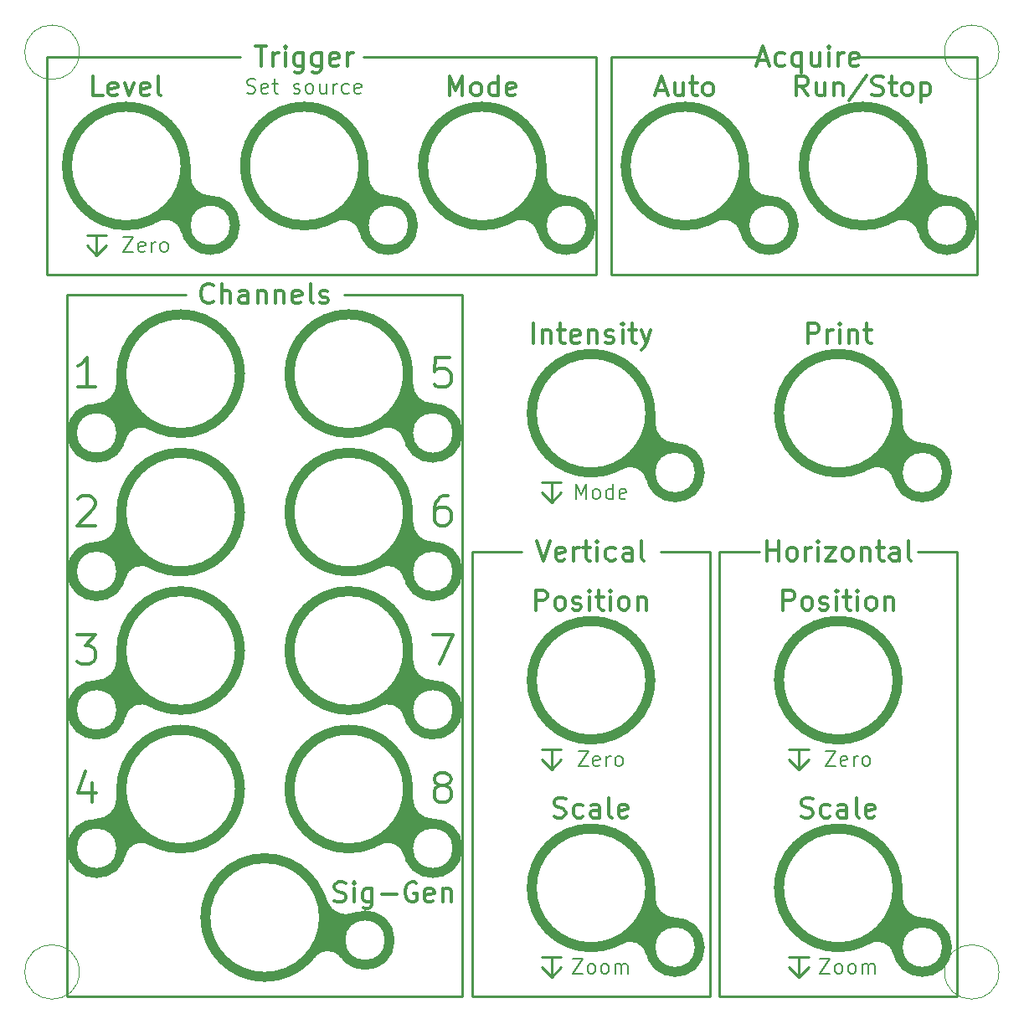
<source format=gbr>
G04 #@! TF.GenerationSoftware,KiCad,Pcbnew,(5.1.6)-1*
G04 #@! TF.CreationDate,2020-11-03T14:16:56+00:00*
G04 #@! TF.ProjectId,front_panel,66726f6e-745f-4706-916e-656c2e6b6963,rev?*
G04 #@! TF.SameCoordinates,Original*
G04 #@! TF.FileFunction,Legend,Top*
G04 #@! TF.FilePolarity,Positive*
%FSLAX46Y46*%
G04 Gerber Fmt 4.6, Leading zero omitted, Abs format (unit mm)*
G04 Created by KiCad (PCBNEW (5.1.6)-1) date 2020-11-03 14:16:56*
%MOMM*%
%LPD*%
G01*
G04 APERTURE LIST*
%ADD10C,1.000000*%
%ADD11C,0.100000*%
%ADD12C,0.400000*%
%ADD13C,0.250000*%
%ADD14C,0.300000*%
%ADD15C,0.200000*%
G04 APERTURE END LIST*
D10*
X66649077Y-123890468D02*
G75*
G03*
X66649077Y-123890468I-2500000J0D01*
G01*
D11*
G36*
X60117303Y-120689718D02*
G01*
X60961926Y-121422256D01*
X61615207Y-121692854D01*
X62499459Y-121867781D01*
X63192368Y-121580769D01*
X61997891Y-122616734D01*
X61648036Y-124385236D01*
X62030720Y-125309116D01*
X61186097Y-124576578D01*
X60070875Y-124497322D01*
X59146996Y-124880005D01*
X58661385Y-125389293D01*
X59958790Y-122920161D01*
X59925961Y-120227779D01*
X60117303Y-120689718D01*
G37*
X60117303Y-120689718D02*
X60961926Y-121422256D01*
X61615207Y-121692854D01*
X62499459Y-121867781D01*
X63192368Y-121580769D01*
X61997891Y-122616734D01*
X61648036Y-124385236D01*
X62030720Y-125309116D01*
X61186097Y-124576578D01*
X60070875Y-124497322D01*
X59146996Y-124880005D01*
X58661385Y-125389293D01*
X59958790Y-122920161D01*
X59925961Y-120227779D01*
X60117303Y-120689718D01*
D10*
X59925961Y-120227779D02*
X59543278Y-119303899D01*
D12*
X58660461Y-125390675D02*
G75*
G02*
X62030719Y-125309117I1713842J-1145748D01*
G01*
X63192369Y-121580769D02*
G75*
G02*
X59925961Y-120227779I-956709J2309699D01*
G01*
X66649077Y-123890468D02*
G75*
G03*
X66649077Y-123890468I-2500000J0D01*
G01*
D11*
G36*
X60117303Y-120689718D02*
G01*
X60961926Y-121422256D01*
X61615207Y-121692854D01*
X62499459Y-121867781D01*
X63192368Y-121580769D01*
X61997891Y-122616734D01*
X61648036Y-124385236D01*
X62030720Y-125309116D01*
X61186097Y-124576578D01*
X60070875Y-124497322D01*
X59146996Y-124880005D01*
X58661385Y-125389293D01*
X59958790Y-122920161D01*
X59925961Y-120227779D01*
X60117303Y-120689718D01*
G37*
X60117303Y-120689718D02*
X60961926Y-121422256D01*
X61615207Y-121692854D01*
X62499459Y-121867781D01*
X63192368Y-121580769D01*
X61997891Y-122616734D01*
X61648036Y-124385236D01*
X62030720Y-125309116D01*
X61186097Y-124576578D01*
X60070875Y-124497322D01*
X59146996Y-124880005D01*
X58661385Y-125389293D01*
X59958790Y-122920161D01*
X59925961Y-120227779D01*
X60117303Y-120689718D01*
D10*
X63192369Y-121580769D02*
G75*
G02*
X59925961Y-120227779I-956709J2309699D01*
G01*
X60000001Y-121600000D02*
G75*
G03*
X60000001Y-121600000I-6000001J0D01*
G01*
X58660461Y-125390675D02*
G75*
G02*
X62030719Y-125309117I1713842J-1145748D01*
G01*
X37000000Y-112100000D02*
G75*
G03*
X39500000Y-109600000I0J2500000D01*
G01*
X39500000Y-109600000D02*
X39500000Y-108600000D01*
X42644925Y-113885607D02*
G75*
G03*
X39500001Y-115100001I-1144925J-1714393D01*
G01*
X39500000Y-114600000D02*
G75*
G03*
X39500000Y-114600000I-2500000J0D01*
G01*
D11*
G36*
X40500000Y-112100000D02*
G01*
X42643542Y-113884685D01*
X42000000Y-113600000D01*
X41000000Y-113600000D01*
X40000000Y-114100000D01*
X39500000Y-115100000D01*
X39500000Y-114100000D01*
X38500000Y-112600000D01*
X37000000Y-112100000D01*
X37750000Y-112100000D01*
X38500000Y-111600000D01*
X39000000Y-111100000D01*
X39500000Y-110100000D01*
X39500000Y-109600000D01*
X40500000Y-112100000D01*
G37*
X40500000Y-112100000D02*
X42643542Y-113884685D01*
X42000000Y-113600000D01*
X41000000Y-113600000D01*
X40000000Y-114100000D01*
X39500000Y-115100000D01*
X39500000Y-114100000D01*
X38500000Y-112600000D01*
X37000000Y-112100000D01*
X37750000Y-112100000D01*
X38500000Y-111600000D01*
X39000000Y-111100000D01*
X39500000Y-110100000D01*
X39500000Y-109600000D01*
X40500000Y-112100000D01*
D10*
X51500000Y-108600000D02*
G75*
G03*
X51500000Y-108600000I-6000000J0D01*
G01*
X37000000Y-98100000D02*
G75*
G03*
X39500000Y-95600000I0J2500000D01*
G01*
X39500000Y-95600000D02*
X39500000Y-94600000D01*
X42644925Y-99885607D02*
G75*
G03*
X39500001Y-101100001I-1144925J-1714393D01*
G01*
X39500000Y-100600000D02*
G75*
G03*
X39500000Y-100600000I-2500000J0D01*
G01*
D11*
G36*
X40500000Y-98100000D02*
G01*
X42643542Y-99884685D01*
X42000000Y-99600000D01*
X41000000Y-99600000D01*
X40000000Y-100100000D01*
X39500000Y-101100000D01*
X39500000Y-100100000D01*
X38500000Y-98600000D01*
X37000000Y-98100000D01*
X37750000Y-98100000D01*
X38500000Y-97600000D01*
X39000000Y-97100000D01*
X39500000Y-96100000D01*
X39500000Y-95600000D01*
X40500000Y-98100000D01*
G37*
X40500000Y-98100000D02*
X42643542Y-99884685D01*
X42000000Y-99600000D01*
X41000000Y-99600000D01*
X40000000Y-100100000D01*
X39500000Y-101100000D01*
X39500000Y-100100000D01*
X38500000Y-98600000D01*
X37000000Y-98100000D01*
X37750000Y-98100000D01*
X38500000Y-97600000D01*
X39000000Y-97100000D01*
X39500000Y-96100000D01*
X39500000Y-95600000D01*
X40500000Y-98100000D01*
D10*
X51500000Y-94600000D02*
G75*
G03*
X51500000Y-94600000I-6000000J0D01*
G01*
X37000000Y-84100000D02*
G75*
G03*
X39500000Y-81600000I0J2500000D01*
G01*
X39500000Y-81600000D02*
X39500000Y-80600000D01*
X42644925Y-85885607D02*
G75*
G03*
X39500001Y-87100001I-1144925J-1714393D01*
G01*
X39500000Y-86600000D02*
G75*
G03*
X39500000Y-86600000I-2500000J0D01*
G01*
D11*
G36*
X40500000Y-84100000D02*
G01*
X42643542Y-85884685D01*
X42000000Y-85600000D01*
X41000000Y-85600000D01*
X40000000Y-86100000D01*
X39500000Y-87100000D01*
X39500000Y-86100000D01*
X38500000Y-84600000D01*
X37000000Y-84100000D01*
X37750000Y-84100000D01*
X38500000Y-83600000D01*
X39000000Y-83100000D01*
X39500000Y-82100000D01*
X39500000Y-81600000D01*
X40500000Y-84100000D01*
G37*
X40500000Y-84100000D02*
X42643542Y-85884685D01*
X42000000Y-85600000D01*
X41000000Y-85600000D01*
X40000000Y-86100000D01*
X39500000Y-87100000D01*
X39500000Y-86100000D01*
X38500000Y-84600000D01*
X37000000Y-84100000D01*
X37750000Y-84100000D01*
X38500000Y-83600000D01*
X39000000Y-83100000D01*
X39500000Y-82100000D01*
X39500000Y-81600000D01*
X40500000Y-84100000D01*
D10*
X51500000Y-80600000D02*
G75*
G03*
X51500000Y-80600000I-6000000J0D01*
G01*
X95500000Y-74100000D02*
G75*
G02*
X93000000Y-71600000I0J2500000D01*
G01*
X93000000Y-71600000D02*
X93000000Y-70600000D01*
X93000000Y-70600000D02*
G75*
G03*
X93000000Y-70600000I-6000000J0D01*
G01*
D11*
G36*
X93000000Y-72100000D02*
G01*
X93500000Y-73100000D01*
X94000000Y-73600000D01*
X94750000Y-74100000D01*
X95500000Y-74100000D01*
X94000000Y-74600000D01*
X93000000Y-76100000D01*
X93000000Y-77100000D01*
X92500000Y-76100000D01*
X91500000Y-75600000D01*
X90500000Y-75600000D01*
X89856458Y-75884685D01*
X92000000Y-74100000D01*
X93000000Y-71600000D01*
X93000000Y-72100000D01*
G37*
X93000000Y-72100000D02*
X93500000Y-73100000D01*
X94000000Y-73600000D01*
X94750000Y-74100000D01*
X95500000Y-74100000D01*
X94000000Y-74600000D01*
X93000000Y-76100000D01*
X93000000Y-77100000D01*
X92500000Y-76100000D01*
X91500000Y-75600000D01*
X90500000Y-75600000D01*
X89856458Y-75884685D01*
X92000000Y-74100000D01*
X93000000Y-71600000D01*
X93000000Y-72100000D01*
D10*
X89855075Y-75885607D02*
G75*
G02*
X92999999Y-77100001I1144925J-1714393D01*
G01*
X98000000Y-76600000D02*
G75*
G03*
X98000000Y-76600000I-2500000J0D01*
G01*
X71000000Y-70100000D02*
G75*
G02*
X68500000Y-67600000I0J2500000D01*
G01*
X68500000Y-67600000D02*
X68500000Y-66600000D01*
X68500000Y-66600000D02*
G75*
G03*
X68500000Y-66600000I-6000000J0D01*
G01*
D11*
G36*
X68500000Y-68100000D02*
G01*
X69000000Y-69100000D01*
X69500000Y-69600000D01*
X70250000Y-70100000D01*
X71000000Y-70100000D01*
X69500000Y-70600000D01*
X68500000Y-72100000D01*
X68500000Y-73100000D01*
X68000000Y-72100000D01*
X67000000Y-71600000D01*
X66000000Y-71600000D01*
X65356458Y-71884685D01*
X67500000Y-70100000D01*
X68500000Y-67600000D01*
X68500000Y-68100000D01*
G37*
X68500000Y-68100000D02*
X69000000Y-69100000D01*
X69500000Y-69600000D01*
X70250000Y-70100000D01*
X71000000Y-70100000D01*
X69500000Y-70600000D01*
X68500000Y-72100000D01*
X68500000Y-73100000D01*
X68000000Y-72100000D01*
X67000000Y-71600000D01*
X66000000Y-71600000D01*
X65356458Y-71884685D01*
X67500000Y-70100000D01*
X68500000Y-67600000D01*
X68500000Y-68100000D01*
D10*
X65355075Y-71885607D02*
G75*
G02*
X68499999Y-73100001I1144925J-1714393D01*
G01*
X73500000Y-72600000D02*
G75*
G03*
X73500000Y-72600000I-2500000J0D01*
G01*
X71000000Y-84100000D02*
G75*
G02*
X68500000Y-81600000I0J2500000D01*
G01*
X68500000Y-81600000D02*
X68500000Y-80600000D01*
X68500000Y-80600000D02*
G75*
G03*
X68500000Y-80600000I-6000000J0D01*
G01*
D11*
G36*
X68500000Y-82100000D02*
G01*
X69000000Y-83100000D01*
X69500000Y-83600000D01*
X70250000Y-84100000D01*
X71000000Y-84100000D01*
X69500000Y-84600000D01*
X68500000Y-86100000D01*
X68500000Y-87100000D01*
X68000000Y-86100000D01*
X67000000Y-85600000D01*
X66000000Y-85600000D01*
X65356458Y-85884685D01*
X67500000Y-84100000D01*
X68500000Y-81600000D01*
X68500000Y-82100000D01*
G37*
X68500000Y-82100000D02*
X69000000Y-83100000D01*
X69500000Y-83600000D01*
X70250000Y-84100000D01*
X71000000Y-84100000D01*
X69500000Y-84600000D01*
X68500000Y-86100000D01*
X68500000Y-87100000D01*
X68000000Y-86100000D01*
X67000000Y-85600000D01*
X66000000Y-85600000D01*
X65356458Y-85884685D01*
X67500000Y-84100000D01*
X68500000Y-81600000D01*
X68500000Y-82100000D01*
D10*
X65355075Y-85885607D02*
G75*
G02*
X68499999Y-87100001I1144925J-1714393D01*
G01*
X73500000Y-86600000D02*
G75*
G03*
X73500000Y-86600000I-2500000J0D01*
G01*
X71000000Y-98100000D02*
G75*
G02*
X68500000Y-95600000I0J2500000D01*
G01*
X68500000Y-95600000D02*
X68500000Y-94600000D01*
X68500000Y-94600000D02*
G75*
G03*
X68500000Y-94600000I-6000000J0D01*
G01*
D11*
G36*
X68500000Y-96100000D02*
G01*
X69000000Y-97100000D01*
X69500000Y-97600000D01*
X70250000Y-98100000D01*
X71000000Y-98100000D01*
X69500000Y-98600000D01*
X68500000Y-100100000D01*
X68500000Y-101100000D01*
X68000000Y-100100000D01*
X67000000Y-99600000D01*
X66000000Y-99600000D01*
X65356458Y-99884685D01*
X67500000Y-98100000D01*
X68500000Y-95600000D01*
X68500000Y-96100000D01*
G37*
X68500000Y-96100000D02*
X69000000Y-97100000D01*
X69500000Y-97600000D01*
X70250000Y-98100000D01*
X71000000Y-98100000D01*
X69500000Y-98600000D01*
X68500000Y-100100000D01*
X68500000Y-101100000D01*
X68000000Y-100100000D01*
X67000000Y-99600000D01*
X66000000Y-99600000D01*
X65356458Y-99884685D01*
X67500000Y-98100000D01*
X68500000Y-95600000D01*
X68500000Y-96100000D01*
D10*
X65355075Y-99885607D02*
G75*
G02*
X68499999Y-101100001I1144925J-1714393D01*
G01*
X73500000Y-100600000D02*
G75*
G03*
X73500000Y-100600000I-2500000J0D01*
G01*
X71000000Y-112100000D02*
G75*
G02*
X68500000Y-109600000I0J2500000D01*
G01*
X68500000Y-109600000D02*
X68500000Y-108600000D01*
X68500000Y-108600000D02*
G75*
G03*
X68500000Y-108600000I-6000000J0D01*
G01*
D11*
G36*
X68500000Y-110100000D02*
G01*
X69000000Y-111100000D01*
X69500000Y-111600000D01*
X70250000Y-112100000D01*
X71000000Y-112100000D01*
X69500000Y-112600000D01*
X68500000Y-114100000D01*
X68500000Y-115100000D01*
X68000000Y-114100000D01*
X67000000Y-113600000D01*
X66000000Y-113600000D01*
X65356458Y-113884685D01*
X67500000Y-112100000D01*
X68500000Y-109600000D01*
X68500000Y-110100000D01*
G37*
X68500000Y-110100000D02*
X69000000Y-111100000D01*
X69500000Y-111600000D01*
X70250000Y-112100000D01*
X71000000Y-112100000D01*
X69500000Y-112600000D01*
X68500000Y-114100000D01*
X68500000Y-115100000D01*
X68000000Y-114100000D01*
X67000000Y-113600000D01*
X66000000Y-113600000D01*
X65356458Y-113884685D01*
X67500000Y-112100000D01*
X68500000Y-109600000D01*
X68500000Y-110100000D01*
D10*
X65355075Y-113885607D02*
G75*
G02*
X68499999Y-115100001I1144925J-1714393D01*
G01*
X73500000Y-114600000D02*
G75*
G03*
X73500000Y-114600000I-2500000J0D01*
G01*
X95500000Y-122100000D02*
G75*
G02*
X93000000Y-119600000I0J2500000D01*
G01*
X93000000Y-119600000D02*
X93000000Y-118600000D01*
X93000000Y-118600000D02*
G75*
G03*
X93000000Y-118600000I-6000000J0D01*
G01*
D11*
G36*
X93000000Y-120100000D02*
G01*
X93500000Y-121100000D01*
X94000000Y-121600000D01*
X94750000Y-122100000D01*
X95500000Y-122100000D01*
X94000000Y-122600000D01*
X93000000Y-124100000D01*
X93000000Y-125100000D01*
X92500000Y-124100000D01*
X91500000Y-123600000D01*
X90500000Y-123600000D01*
X89856458Y-123884685D01*
X92000000Y-122100000D01*
X93000000Y-119600000D01*
X93000000Y-120100000D01*
G37*
X93000000Y-120100000D02*
X93500000Y-121100000D01*
X94000000Y-121600000D01*
X94750000Y-122100000D01*
X95500000Y-122100000D01*
X94000000Y-122600000D01*
X93000000Y-124100000D01*
X93000000Y-125100000D01*
X92500000Y-124100000D01*
X91500000Y-123600000D01*
X90500000Y-123600000D01*
X89856458Y-123884685D01*
X92000000Y-122100000D01*
X93000000Y-119600000D01*
X93000000Y-120100000D01*
D10*
X89855075Y-123885607D02*
G75*
G02*
X92999999Y-125100001I1144925J-1714393D01*
G01*
X98000000Y-124600000D02*
G75*
G03*
X98000000Y-124600000I-2500000J0D01*
G01*
X120500000Y-122100000D02*
G75*
G02*
X118000000Y-119600000I0J2500000D01*
G01*
X118000000Y-119600000D02*
X118000000Y-118600000D01*
X118000000Y-118600000D02*
G75*
G03*
X118000000Y-118600000I-6000000J0D01*
G01*
D11*
G36*
X118000000Y-120100000D02*
G01*
X118500000Y-121100000D01*
X119000000Y-121600000D01*
X119750000Y-122100000D01*
X120500000Y-122100000D01*
X119000000Y-122600000D01*
X118000000Y-124100000D01*
X118000000Y-125100000D01*
X117500000Y-124100000D01*
X116500000Y-123600000D01*
X115500000Y-123600000D01*
X114856458Y-123884685D01*
X117000000Y-122100000D01*
X118000000Y-119600000D01*
X118000000Y-120100000D01*
G37*
X118000000Y-120100000D02*
X118500000Y-121100000D01*
X119000000Y-121600000D01*
X119750000Y-122100000D01*
X120500000Y-122100000D01*
X119000000Y-122600000D01*
X118000000Y-124100000D01*
X118000000Y-125100000D01*
X117500000Y-124100000D01*
X116500000Y-123600000D01*
X115500000Y-123600000D01*
X114856458Y-123884685D01*
X117000000Y-122100000D01*
X118000000Y-119600000D01*
X118000000Y-120100000D01*
D10*
X114855075Y-123885607D02*
G75*
G02*
X117999999Y-125100001I1144925J-1714393D01*
G01*
X123000000Y-124600000D02*
G75*
G03*
X123000000Y-124600000I-2500000J0D01*
G01*
X120500000Y-74100000D02*
G75*
G02*
X118000000Y-71600000I0J2500000D01*
G01*
X118000000Y-71600000D02*
X118000000Y-70600000D01*
X118000000Y-70600000D02*
G75*
G03*
X118000000Y-70600000I-6000000J0D01*
G01*
D11*
G36*
X118000000Y-72100000D02*
G01*
X118500000Y-73100000D01*
X119000000Y-73600000D01*
X119750000Y-74100000D01*
X120500000Y-74100000D01*
X119000000Y-74600000D01*
X118000000Y-76100000D01*
X118000000Y-77100000D01*
X117500000Y-76100000D01*
X116500000Y-75600000D01*
X115500000Y-75600000D01*
X114856458Y-75884685D01*
X117000000Y-74100000D01*
X118000000Y-71600000D01*
X118000000Y-72100000D01*
G37*
X118000000Y-72100000D02*
X118500000Y-73100000D01*
X119000000Y-73600000D01*
X119750000Y-74100000D01*
X120500000Y-74100000D01*
X119000000Y-74600000D01*
X118000000Y-76100000D01*
X118000000Y-77100000D01*
X117500000Y-76100000D01*
X116500000Y-75600000D01*
X115500000Y-75600000D01*
X114856458Y-75884685D01*
X117000000Y-74100000D01*
X118000000Y-71600000D01*
X118000000Y-72100000D01*
D10*
X114855075Y-75885607D02*
G75*
G02*
X117999999Y-77100001I1144925J-1714393D01*
G01*
X123000000Y-76600000D02*
G75*
G03*
X123000000Y-76600000I-2500000J0D01*
G01*
X123000000Y-49100000D02*
G75*
G02*
X120500000Y-46600000I0J2500000D01*
G01*
X120500000Y-46600000D02*
X120500000Y-45600000D01*
X120500000Y-45600000D02*
G75*
G03*
X120500000Y-45600000I-6000000J0D01*
G01*
D11*
G36*
X120500000Y-47100000D02*
G01*
X121000000Y-48100000D01*
X121500000Y-48600000D01*
X122250000Y-49100000D01*
X123000000Y-49100000D01*
X121500000Y-49600000D01*
X120500000Y-51100000D01*
X120500000Y-52100000D01*
X120000000Y-51100000D01*
X119000000Y-50600000D01*
X118000000Y-50600000D01*
X117356458Y-50884685D01*
X119500000Y-49100000D01*
X120500000Y-46600000D01*
X120500000Y-47100000D01*
G37*
X120500000Y-47100000D02*
X121000000Y-48100000D01*
X121500000Y-48600000D01*
X122250000Y-49100000D01*
X123000000Y-49100000D01*
X121500000Y-49600000D01*
X120500000Y-51100000D01*
X120500000Y-52100000D01*
X120000000Y-51100000D01*
X119000000Y-50600000D01*
X118000000Y-50600000D01*
X117356458Y-50884685D01*
X119500000Y-49100000D01*
X120500000Y-46600000D01*
X120500000Y-47100000D01*
D10*
X117355075Y-50885607D02*
G75*
G02*
X120499999Y-52100001I1144925J-1714393D01*
G01*
X125500000Y-51600000D02*
G75*
G03*
X125500000Y-51600000I-2500000J0D01*
G01*
X105000000Y-49100000D02*
G75*
G02*
X102500000Y-46600000I0J2500000D01*
G01*
X102500000Y-46600000D02*
X102500000Y-45600000D01*
X102500000Y-45600000D02*
G75*
G03*
X102500000Y-45600000I-6000000J0D01*
G01*
D11*
G36*
X102500000Y-47100000D02*
G01*
X103000000Y-48100000D01*
X103500000Y-48600000D01*
X104250000Y-49100000D01*
X105000000Y-49100000D01*
X103500000Y-49600000D01*
X102500000Y-51100000D01*
X102500000Y-52100000D01*
X102000000Y-51100000D01*
X101000000Y-50600000D01*
X100000000Y-50600000D01*
X99356458Y-50884685D01*
X101500000Y-49100000D01*
X102500000Y-46600000D01*
X102500000Y-47100000D01*
G37*
X102500000Y-47100000D02*
X103000000Y-48100000D01*
X103500000Y-48600000D01*
X104250000Y-49100000D01*
X105000000Y-49100000D01*
X103500000Y-49600000D01*
X102500000Y-51100000D01*
X102500000Y-52100000D01*
X102000000Y-51100000D01*
X101000000Y-50600000D01*
X100000000Y-50600000D01*
X99356458Y-50884685D01*
X101500000Y-49100000D01*
X102500000Y-46600000D01*
X102500000Y-47100000D01*
D10*
X99355075Y-50885607D02*
G75*
G02*
X102499999Y-52100001I1144925J-1714393D01*
G01*
X107500000Y-51600000D02*
G75*
G03*
X107500000Y-51600000I-2500000J0D01*
G01*
X84500000Y-49100000D02*
G75*
G02*
X82000000Y-46600000I0J2500000D01*
G01*
X82000000Y-46600000D02*
X82000000Y-45600000D01*
X82000000Y-45600000D02*
G75*
G03*
X82000000Y-45600000I-6000000J0D01*
G01*
D11*
G36*
X82000000Y-47100000D02*
G01*
X82500000Y-48100000D01*
X83000000Y-48600000D01*
X83750000Y-49100000D01*
X84500000Y-49100000D01*
X83000000Y-49600000D01*
X82000000Y-51100000D01*
X82000000Y-52100000D01*
X81500000Y-51100000D01*
X80500000Y-50600000D01*
X79500000Y-50600000D01*
X78856458Y-50884685D01*
X81000000Y-49100000D01*
X82000000Y-46600000D01*
X82000000Y-47100000D01*
G37*
X82000000Y-47100000D02*
X82500000Y-48100000D01*
X83000000Y-48600000D01*
X83750000Y-49100000D01*
X84500000Y-49100000D01*
X83000000Y-49600000D01*
X82000000Y-51100000D01*
X82000000Y-52100000D01*
X81500000Y-51100000D01*
X80500000Y-50600000D01*
X79500000Y-50600000D01*
X78856458Y-50884685D01*
X81000000Y-49100000D01*
X82000000Y-46600000D01*
X82000000Y-47100000D01*
D10*
X78855075Y-50885607D02*
G75*
G02*
X81999999Y-52100001I1144925J-1714393D01*
G01*
X87000000Y-51600000D02*
G75*
G03*
X87000000Y-51600000I-2500000J0D01*
G01*
X48500000Y-49100000D02*
G75*
G02*
X46000000Y-46600000I0J2500000D01*
G01*
X46000000Y-46600000D02*
X46000000Y-45600000D01*
X46000000Y-45600000D02*
G75*
G03*
X46000000Y-45600000I-6000000J0D01*
G01*
D11*
G36*
X46000000Y-47100000D02*
G01*
X46500000Y-48100000D01*
X47000000Y-48600000D01*
X47750000Y-49100000D01*
X48500000Y-49100000D01*
X47000000Y-49600000D01*
X46000000Y-51100000D01*
X46000000Y-52100000D01*
X45500000Y-51100000D01*
X44500000Y-50600000D01*
X43500000Y-50600000D01*
X42856458Y-50884685D01*
X45000000Y-49100000D01*
X46000000Y-46600000D01*
X46000000Y-47100000D01*
G37*
X46000000Y-47100000D02*
X46500000Y-48100000D01*
X47000000Y-48600000D01*
X47750000Y-49100000D01*
X48500000Y-49100000D01*
X47000000Y-49600000D01*
X46000000Y-51100000D01*
X46000000Y-52100000D01*
X45500000Y-51100000D01*
X44500000Y-50600000D01*
X43500000Y-50600000D01*
X42856458Y-50884685D01*
X45000000Y-49100000D01*
X46000000Y-46600000D01*
X46000000Y-47100000D01*
D10*
X42855075Y-50885607D02*
G75*
G02*
X45999999Y-52100001I1144925J-1714393D01*
G01*
X51000000Y-51600000D02*
G75*
G03*
X51000000Y-51600000I-2500000J0D01*
G01*
D12*
X37000000Y-84100000D02*
G75*
G03*
X39500000Y-81600000I0J2500000D01*
G01*
X39500000Y-86600000D02*
G75*
G03*
X39500000Y-86600000I-2500000J0D01*
G01*
D11*
G36*
X40500000Y-84100000D02*
G01*
X42643542Y-85884685D01*
X42000000Y-85600000D01*
X41000000Y-85600000D01*
X40000000Y-86100000D01*
X39500000Y-87100000D01*
X39500000Y-86100000D01*
X38500000Y-84600000D01*
X37000000Y-84100000D01*
X37750000Y-84100000D01*
X38500000Y-83600000D01*
X39000000Y-83100000D01*
X39500000Y-82100000D01*
X39500000Y-81600000D01*
X40500000Y-84100000D01*
G37*
X40500000Y-84100000D02*
X42643542Y-85884685D01*
X42000000Y-85600000D01*
X41000000Y-85600000D01*
X40000000Y-86100000D01*
X39500000Y-87100000D01*
X39500000Y-86100000D01*
X38500000Y-84600000D01*
X37000000Y-84100000D01*
X37750000Y-84100000D01*
X38500000Y-83600000D01*
X39000000Y-83100000D01*
X39500000Y-82100000D01*
X39500000Y-81600000D01*
X40500000Y-84100000D01*
X128250000Y-127100000D02*
G75*
G03*
X128250000Y-127100000I-2750000J0D01*
G01*
X35250000Y-34100000D02*
G75*
G03*
X35250000Y-34100000I-2750000J0D01*
G01*
X128250000Y-34100000D02*
G75*
G03*
X128250000Y-34100000I-2750000J0D01*
G01*
X35250000Y-127100000D02*
G75*
G03*
X35250000Y-127100000I-2750000J0D01*
G01*
D12*
X93000000Y-70600000D02*
G75*
G03*
X93000000Y-70600000I-6000000J0D01*
G01*
X71000000Y-112100000D02*
G75*
G02*
X68500000Y-109600000I0J2500000D01*
G01*
X93000000Y-118600000D02*
G75*
G03*
X93000000Y-118600000I-6000000J0D01*
G01*
X123000000Y-49100000D02*
G75*
G02*
X120500000Y-46600000I0J2500000D01*
G01*
X82000000Y-45600000D02*
G75*
G03*
X82000000Y-45600000I-6000000J0D01*
G01*
X89855075Y-123885607D02*
G75*
G02*
X92999999Y-125100001I1144925J-1714393D01*
G01*
X118000000Y-118600000D02*
G75*
G03*
X118000000Y-118600000I-6000000J0D01*
G01*
X120500000Y-122100000D02*
G75*
G02*
X118000000Y-119600000I0J2500000D01*
G01*
X89855075Y-75885607D02*
G75*
G02*
X92999999Y-77100001I1144925J-1714393D01*
G01*
X102500000Y-46600000D02*
X102500000Y-45600000D01*
D11*
G36*
X120500000Y-47100000D02*
G01*
X121000000Y-48100000D01*
X121500000Y-48600000D01*
X122250000Y-49100000D01*
X123000000Y-49100000D01*
X121500000Y-49600000D01*
X120500000Y-51100000D01*
X120500000Y-52100000D01*
X120000000Y-51100000D01*
X119000000Y-50600000D01*
X118000000Y-50600000D01*
X117356458Y-50884685D01*
X119500000Y-49100000D01*
X120500000Y-46600000D01*
X120500000Y-47100000D01*
G37*
X120500000Y-47100000D02*
X121000000Y-48100000D01*
X121500000Y-48600000D01*
X122250000Y-49100000D01*
X123000000Y-49100000D01*
X121500000Y-49600000D01*
X120500000Y-51100000D01*
X120500000Y-52100000D01*
X120000000Y-51100000D01*
X119000000Y-50600000D01*
X118000000Y-50600000D01*
X117356458Y-50884685D01*
X119500000Y-49100000D01*
X120500000Y-46600000D01*
X120500000Y-47100000D01*
G36*
X118000000Y-120100000D02*
G01*
X118500000Y-121100000D01*
X119000000Y-121600000D01*
X119750000Y-122100000D01*
X120500000Y-122100000D01*
X119000000Y-122600000D01*
X118000000Y-124100000D01*
X118000000Y-125100000D01*
X117500000Y-124100000D01*
X116500000Y-123600000D01*
X115500000Y-123600000D01*
X114856458Y-123884685D01*
X117000000Y-122100000D01*
X118000000Y-119600000D01*
X118000000Y-120100000D01*
G37*
X118000000Y-120100000D02*
X118500000Y-121100000D01*
X119000000Y-121600000D01*
X119750000Y-122100000D01*
X120500000Y-122100000D01*
X119000000Y-122600000D01*
X118000000Y-124100000D01*
X118000000Y-125100000D01*
X117500000Y-124100000D01*
X116500000Y-123600000D01*
X115500000Y-123600000D01*
X114856458Y-123884685D01*
X117000000Y-122100000D01*
X118000000Y-119600000D01*
X118000000Y-120100000D01*
D12*
X82000000Y-46600000D02*
X82000000Y-45600000D01*
X118000000Y-119600000D02*
X118000000Y-118600000D01*
X123000000Y-124600000D02*
G75*
G03*
X123000000Y-124600000I-2500000J0D01*
G01*
X98000000Y-76600000D02*
G75*
G03*
X98000000Y-76600000I-2500000J0D01*
G01*
X95500000Y-74100000D02*
G75*
G02*
X93000000Y-71600000I0J2500000D01*
G01*
X120500000Y-46600000D02*
X120500000Y-45600000D01*
X117355075Y-50885607D02*
G75*
G02*
X120499999Y-52100001I1144925J-1714393D01*
G01*
X114855075Y-75885607D02*
G75*
G02*
X117999999Y-77100001I1144925J-1714393D01*
G01*
X125500000Y-51600000D02*
G75*
G03*
X125500000Y-51600000I-2500000J0D01*
G01*
X95500000Y-122100000D02*
G75*
G02*
X93000000Y-119600000I0J2500000D01*
G01*
X73500000Y-114600000D02*
G75*
G03*
X73500000Y-114600000I-2500000J0D01*
G01*
X93000000Y-119600000D02*
X93000000Y-118600000D01*
D11*
G36*
X82000000Y-47100000D02*
G01*
X82500000Y-48100000D01*
X83000000Y-48600000D01*
X83750000Y-49100000D01*
X84500000Y-49100000D01*
X83000000Y-49600000D01*
X82000000Y-51100000D01*
X82000000Y-52100000D01*
X81500000Y-51100000D01*
X80500000Y-50600000D01*
X79500000Y-50600000D01*
X78856458Y-50884685D01*
X81000000Y-49100000D01*
X82000000Y-46600000D01*
X82000000Y-47100000D01*
G37*
X82000000Y-47100000D02*
X82500000Y-48100000D01*
X83000000Y-48600000D01*
X83750000Y-49100000D01*
X84500000Y-49100000D01*
X83000000Y-49600000D01*
X82000000Y-51100000D01*
X82000000Y-52100000D01*
X81500000Y-51100000D01*
X80500000Y-50600000D01*
X79500000Y-50600000D01*
X78856458Y-50884685D01*
X81000000Y-49100000D01*
X82000000Y-46600000D01*
X82000000Y-47100000D01*
D12*
X87000000Y-51600000D02*
G75*
G03*
X87000000Y-51600000I-2500000J0D01*
G01*
X98000000Y-124600000D02*
G75*
G03*
X98000000Y-124600000I-2500000J0D01*
G01*
X93000000Y-71600000D02*
X93000000Y-70600000D01*
X102500000Y-45600000D02*
G75*
G03*
X102500000Y-45600000I-6000000J0D01*
G01*
D11*
G36*
X118000000Y-72100000D02*
G01*
X118500000Y-73100000D01*
X119000000Y-73600000D01*
X119750000Y-74100000D01*
X120500000Y-74100000D01*
X119000000Y-74600000D01*
X118000000Y-76100000D01*
X118000000Y-77100000D01*
X117500000Y-76100000D01*
X116500000Y-75600000D01*
X115500000Y-75600000D01*
X114856458Y-75884685D01*
X117000000Y-74100000D01*
X118000000Y-71600000D01*
X118000000Y-72100000D01*
G37*
X118000000Y-72100000D02*
X118500000Y-73100000D01*
X119000000Y-73600000D01*
X119750000Y-74100000D01*
X120500000Y-74100000D01*
X119000000Y-74600000D01*
X118000000Y-76100000D01*
X118000000Y-77100000D01*
X117500000Y-76100000D01*
X116500000Y-75600000D01*
X115500000Y-75600000D01*
X114856458Y-75884685D01*
X117000000Y-74100000D01*
X118000000Y-71600000D01*
X118000000Y-72100000D01*
D12*
X118000000Y-71600000D02*
X118000000Y-70600000D01*
X118000000Y-70600000D02*
G75*
G03*
X118000000Y-70600000I-6000000J0D01*
G01*
X107500000Y-51600000D02*
G75*
G03*
X107500000Y-51600000I-2500000J0D01*
G01*
X78855075Y-50885607D02*
G75*
G02*
X81999999Y-52100001I1144925J-1714393D01*
G01*
D11*
G36*
X93000000Y-72100000D02*
G01*
X93500000Y-73100000D01*
X94000000Y-73600000D01*
X94750000Y-74100000D01*
X95500000Y-74100000D01*
X94000000Y-74600000D01*
X93000000Y-76100000D01*
X93000000Y-77100000D01*
X92500000Y-76100000D01*
X91500000Y-75600000D01*
X90500000Y-75600000D01*
X89856458Y-75884685D01*
X92000000Y-74100000D01*
X93000000Y-71600000D01*
X93000000Y-72100000D01*
G37*
X93000000Y-72100000D02*
X93500000Y-73100000D01*
X94000000Y-73600000D01*
X94750000Y-74100000D01*
X95500000Y-74100000D01*
X94000000Y-74600000D01*
X93000000Y-76100000D01*
X93000000Y-77100000D01*
X92500000Y-76100000D01*
X91500000Y-75600000D01*
X90500000Y-75600000D01*
X89856458Y-75884685D01*
X92000000Y-74100000D01*
X93000000Y-71600000D01*
X93000000Y-72100000D01*
D12*
X99355075Y-50885607D02*
G75*
G02*
X102499999Y-52100001I1144925J-1714393D01*
G01*
X114855075Y-123885607D02*
G75*
G02*
X117999999Y-125100001I1144925J-1714393D01*
G01*
X105000000Y-49100000D02*
G75*
G02*
X102500000Y-46600000I0J2500000D01*
G01*
X123000000Y-76600000D02*
G75*
G03*
X123000000Y-76600000I-2500000J0D01*
G01*
X120500000Y-45600000D02*
G75*
G03*
X120500000Y-45600000I-6000000J0D01*
G01*
D11*
G36*
X68500000Y-110100000D02*
G01*
X69000000Y-111100000D01*
X69500000Y-111600000D01*
X70250000Y-112100000D01*
X71000000Y-112100000D01*
X69500000Y-112600000D01*
X68500000Y-114100000D01*
X68500000Y-115100000D01*
X68000000Y-114100000D01*
X67000000Y-113600000D01*
X66000000Y-113600000D01*
X65356458Y-113884685D01*
X67500000Y-112100000D01*
X68500000Y-109600000D01*
X68500000Y-110100000D01*
G37*
X68500000Y-110100000D02*
X69000000Y-111100000D01*
X69500000Y-111600000D01*
X70250000Y-112100000D01*
X71000000Y-112100000D01*
X69500000Y-112600000D01*
X68500000Y-114100000D01*
X68500000Y-115100000D01*
X68000000Y-114100000D01*
X67000000Y-113600000D01*
X66000000Y-113600000D01*
X65356458Y-113884685D01*
X67500000Y-112100000D01*
X68500000Y-109600000D01*
X68500000Y-110100000D01*
G36*
X68500000Y-96100000D02*
G01*
X69000000Y-97100000D01*
X69500000Y-97600000D01*
X70250000Y-98100000D01*
X71000000Y-98100000D01*
X69500000Y-98600000D01*
X68500000Y-100100000D01*
X68500000Y-101100000D01*
X68000000Y-100100000D01*
X67000000Y-99600000D01*
X66000000Y-99600000D01*
X65356458Y-99884685D01*
X67500000Y-98100000D01*
X68500000Y-95600000D01*
X68500000Y-96100000D01*
G37*
X68500000Y-96100000D02*
X69000000Y-97100000D01*
X69500000Y-97600000D01*
X70250000Y-98100000D01*
X71000000Y-98100000D01*
X69500000Y-98600000D01*
X68500000Y-100100000D01*
X68500000Y-101100000D01*
X68000000Y-100100000D01*
X67000000Y-99600000D01*
X66000000Y-99600000D01*
X65356458Y-99884685D01*
X67500000Y-98100000D01*
X68500000Y-95600000D01*
X68500000Y-96100000D01*
G36*
X102500000Y-47100000D02*
G01*
X103000000Y-48100000D01*
X103500000Y-48600000D01*
X104250000Y-49100000D01*
X105000000Y-49100000D01*
X103500000Y-49600000D01*
X102500000Y-51100000D01*
X102500000Y-52100000D01*
X102000000Y-51100000D01*
X101000000Y-50600000D01*
X100000000Y-50600000D01*
X99356458Y-50884685D01*
X101500000Y-49100000D01*
X102500000Y-46600000D01*
X102500000Y-47100000D01*
G37*
X102500000Y-47100000D02*
X103000000Y-48100000D01*
X103500000Y-48600000D01*
X104250000Y-49100000D01*
X105000000Y-49100000D01*
X103500000Y-49600000D01*
X102500000Y-51100000D01*
X102500000Y-52100000D01*
X102000000Y-51100000D01*
X101000000Y-50600000D01*
X100000000Y-50600000D01*
X99356458Y-50884685D01*
X101500000Y-49100000D01*
X102500000Y-46600000D01*
X102500000Y-47100000D01*
D12*
X73500000Y-86600000D02*
G75*
G03*
X73500000Y-86600000I-2500000J0D01*
G01*
X120500000Y-74100000D02*
G75*
G02*
X118000000Y-71600000I0J2500000D01*
G01*
X71000000Y-98100000D02*
G75*
G02*
X68500000Y-95600000I0J2500000D01*
G01*
X73500000Y-100600000D02*
G75*
G03*
X73500000Y-100600000I-2500000J0D01*
G01*
D11*
G36*
X93000000Y-120100000D02*
G01*
X93500000Y-121100000D01*
X94000000Y-121600000D01*
X94750000Y-122100000D01*
X95500000Y-122100000D01*
X94000000Y-122600000D01*
X93000000Y-124100000D01*
X93000000Y-125100000D01*
X92500000Y-124100000D01*
X91500000Y-123600000D01*
X90500000Y-123600000D01*
X89856458Y-123884685D01*
X92000000Y-122100000D01*
X93000000Y-119600000D01*
X93000000Y-120100000D01*
G37*
X93000000Y-120100000D02*
X93500000Y-121100000D01*
X94000000Y-121600000D01*
X94750000Y-122100000D01*
X95500000Y-122100000D01*
X94000000Y-122600000D01*
X93000000Y-124100000D01*
X93000000Y-125100000D01*
X92500000Y-124100000D01*
X91500000Y-123600000D01*
X90500000Y-123600000D01*
X89856458Y-123884685D01*
X92000000Y-122100000D01*
X93000000Y-119600000D01*
X93000000Y-120100000D01*
D12*
X84500000Y-49100000D02*
G75*
G02*
X82000000Y-46600000I0J2500000D01*
G01*
D10*
X37000000Y-70100000D02*
G75*
G03*
X39500000Y-67600000I0J2500000D01*
G01*
D12*
X39500000Y-100600000D02*
G75*
G03*
X39500000Y-100600000I-2500000J0D01*
G01*
X37000000Y-98100000D02*
G75*
G03*
X39500000Y-95600000I0J2500000D01*
G01*
D10*
X93000000Y-97600000D02*
G75*
G03*
X93000000Y-97600000I-6000000J0D01*
G01*
D11*
G36*
X40500000Y-112100000D02*
G01*
X42643542Y-113884685D01*
X42000000Y-113600000D01*
X41000000Y-113600000D01*
X40000000Y-114100000D01*
X39500000Y-115100000D01*
X39500000Y-114100000D01*
X38500000Y-112600000D01*
X37000000Y-112100000D01*
X37750000Y-112100000D01*
X38500000Y-111600000D01*
X39000000Y-111100000D01*
X39500000Y-110100000D01*
X39500000Y-109600000D01*
X40500000Y-112100000D01*
G37*
X40500000Y-112100000D02*
X42643542Y-113884685D01*
X42000000Y-113600000D01*
X41000000Y-113600000D01*
X40000000Y-114100000D01*
X39500000Y-115100000D01*
X39500000Y-114100000D01*
X38500000Y-112600000D01*
X37000000Y-112100000D01*
X37750000Y-112100000D01*
X38500000Y-111600000D01*
X39000000Y-111100000D01*
X39500000Y-110100000D01*
X39500000Y-109600000D01*
X40500000Y-112100000D01*
D10*
X118000000Y-97600000D02*
G75*
G03*
X118000000Y-97600000I-6000000J0D01*
G01*
D11*
G36*
X40500000Y-70100000D02*
G01*
X42643542Y-71884685D01*
X42000000Y-71600000D01*
X41000000Y-71600000D01*
X40000000Y-72100000D01*
X39500000Y-73100000D01*
X39500000Y-72100000D01*
X38500000Y-70600000D01*
X37000000Y-70100000D01*
X37750000Y-70100000D01*
X38500000Y-69600000D01*
X39000000Y-69100000D01*
X39500000Y-68100000D01*
X39500000Y-67600000D01*
X40500000Y-70100000D01*
G37*
X40500000Y-70100000D02*
X42643542Y-71884685D01*
X42000000Y-71600000D01*
X41000000Y-71600000D01*
X40000000Y-72100000D01*
X39500000Y-73100000D01*
X39500000Y-72100000D01*
X38500000Y-70600000D01*
X37000000Y-70100000D01*
X37750000Y-70100000D01*
X38500000Y-69600000D01*
X39000000Y-69100000D01*
X39500000Y-68100000D01*
X39500000Y-67600000D01*
X40500000Y-70100000D01*
D10*
X51500000Y-66600000D02*
G75*
G03*
X51500000Y-66600000I-6000000J0D01*
G01*
X39500000Y-72600000D02*
G75*
G03*
X39500000Y-72600000I-2500000J0D01*
G01*
D12*
X37000000Y-112100000D02*
G75*
G03*
X39500000Y-109600000I0J2500000D01*
G01*
X39500000Y-114600000D02*
G75*
G03*
X39500000Y-114600000I-2500000J0D01*
G01*
D11*
G36*
X40500000Y-98100000D02*
G01*
X42643542Y-99884685D01*
X42000000Y-99600000D01*
X41000000Y-99600000D01*
X40000000Y-100100000D01*
X39500000Y-101100000D01*
X39500000Y-100100000D01*
X38500000Y-98600000D01*
X37000000Y-98100000D01*
X37750000Y-98100000D01*
X38500000Y-97600000D01*
X39000000Y-97100000D01*
X39500000Y-96100000D01*
X39500000Y-95600000D01*
X40500000Y-98100000D01*
G37*
X40500000Y-98100000D02*
X42643542Y-99884685D01*
X42000000Y-99600000D01*
X41000000Y-99600000D01*
X40000000Y-100100000D01*
X39500000Y-101100000D01*
X39500000Y-100100000D01*
X38500000Y-98600000D01*
X37000000Y-98100000D01*
X37750000Y-98100000D01*
X38500000Y-97600000D01*
X39000000Y-97100000D01*
X39500000Y-96100000D01*
X39500000Y-95600000D01*
X40500000Y-98100000D01*
D10*
X69000000Y-51600000D02*
G75*
G03*
X69000000Y-51600000I-2500000J0D01*
G01*
X66500000Y-49100000D02*
G75*
G02*
X64000000Y-46600000I0J2500000D01*
G01*
X60855075Y-50885607D02*
G75*
G02*
X63999999Y-52100001I1144925J-1714393D01*
G01*
X39500000Y-67600000D02*
X39500000Y-66600000D01*
X42644925Y-71885607D02*
G75*
G03*
X39500001Y-73100001I-1144925J-1714393D01*
G01*
X64000000Y-46600000D02*
X64000000Y-45600000D01*
X64000000Y-45600000D02*
G75*
G03*
X64000000Y-45600000I-6000000J0D01*
G01*
D11*
G36*
X64000000Y-47100000D02*
G01*
X64500000Y-48100000D01*
X65000000Y-48600000D01*
X65750000Y-49100000D01*
X66500000Y-49100000D01*
X65000000Y-49600000D01*
X64000000Y-51100000D01*
X64000000Y-52100000D01*
X63500000Y-51100000D01*
X62500000Y-50600000D01*
X61500000Y-50600000D01*
X60856458Y-50884685D01*
X63000000Y-49100000D01*
X64000000Y-46600000D01*
X64000000Y-47100000D01*
G37*
X64000000Y-47100000D02*
X64500000Y-48100000D01*
X65000000Y-48600000D01*
X65750000Y-49100000D01*
X66500000Y-49100000D01*
X65000000Y-49600000D01*
X64000000Y-51100000D01*
X64000000Y-52100000D01*
X63500000Y-51100000D01*
X62500000Y-50600000D01*
X61500000Y-50600000D01*
X60856458Y-50884685D01*
X63000000Y-49100000D01*
X64000000Y-46600000D01*
X64000000Y-47100000D01*
G36*
X68500000Y-82100000D02*
G01*
X69000000Y-83100000D01*
X69500000Y-83600000D01*
X70250000Y-84100000D01*
X71000000Y-84100000D01*
X69500000Y-84600000D01*
X68500000Y-86100000D01*
X68500000Y-87100000D01*
X68000000Y-86100000D01*
X67000000Y-85600000D01*
X66000000Y-85600000D01*
X65356458Y-85884685D01*
X67500000Y-84100000D01*
X68500000Y-81600000D01*
X68500000Y-82100000D01*
G37*
X68500000Y-82100000D02*
X69000000Y-83100000D01*
X69500000Y-83600000D01*
X70250000Y-84100000D01*
X71000000Y-84100000D01*
X69500000Y-84600000D01*
X68500000Y-86100000D01*
X68500000Y-87100000D01*
X68000000Y-86100000D01*
X67000000Y-85600000D01*
X66000000Y-85600000D01*
X65356458Y-85884685D01*
X67500000Y-84100000D01*
X68500000Y-81600000D01*
X68500000Y-82100000D01*
D12*
X71000000Y-84100000D02*
G75*
G02*
X68500000Y-81600000I0J2500000D01*
G01*
X71000000Y-70100000D02*
G75*
G02*
X68500000Y-67600000I0J2500000D01*
G01*
D11*
G36*
X68500000Y-68100000D02*
G01*
X69000000Y-69100000D01*
X69500000Y-69600000D01*
X70250000Y-70100000D01*
X71000000Y-70100000D01*
X69500000Y-70600000D01*
X68500000Y-72100000D01*
X68500000Y-73100000D01*
X68000000Y-72100000D01*
X67000000Y-71600000D01*
X66000000Y-71600000D01*
X65356458Y-71884685D01*
X67500000Y-70100000D01*
X68500000Y-67600000D01*
X68500000Y-68100000D01*
G37*
X68500000Y-68100000D02*
X69000000Y-69100000D01*
X69500000Y-69600000D01*
X70250000Y-70100000D01*
X71000000Y-70100000D01*
X69500000Y-70600000D01*
X68500000Y-72100000D01*
X68500000Y-73100000D01*
X68000000Y-72100000D01*
X67000000Y-71600000D01*
X66000000Y-71600000D01*
X65356458Y-71884685D01*
X67500000Y-70100000D01*
X68500000Y-67600000D01*
X68500000Y-68100000D01*
D12*
X73500000Y-72600000D02*
G75*
G03*
X73500000Y-72600000I-2500000J0D01*
G01*
D13*
X80000000Y-84600000D02*
X75000000Y-84600000D01*
X75000000Y-129600000D02*
X99000000Y-129600000D01*
X124000000Y-84600000D02*
X120000000Y-84600000D01*
X124000000Y-129600000D02*
X124000000Y-84600000D01*
X75000000Y-84600000D02*
X75000000Y-129600000D01*
X103000000Y-84600000D02*
X100000000Y-84600000D01*
X99000000Y-129600000D02*
X99000000Y-84600000D01*
X99000000Y-84600000D02*
X94000000Y-84600000D01*
X104000000Y-84600000D02*
X103000000Y-84600000D01*
X100000000Y-84600000D02*
X100000000Y-129600000D01*
X100000000Y-129600000D02*
X124000000Y-129600000D01*
X82000000Y-77600000D02*
X84000000Y-77600000D01*
X83000000Y-104600000D02*
X83000000Y-106600000D01*
X108000000Y-106600000D02*
X107000000Y-105600000D01*
X84000000Y-77600000D02*
X83000000Y-77600000D01*
X104000000Y-34600000D02*
X89000000Y-34600000D01*
X83000000Y-79600000D02*
X82000000Y-78600000D01*
X34000000Y-58600000D02*
X34000000Y-129600000D01*
X82000000Y-125600000D02*
X84000000Y-125600000D01*
X83000000Y-127600000D02*
X82000000Y-126600000D01*
X84000000Y-104600000D02*
X83000000Y-104600000D01*
X83000000Y-106600000D02*
X82000000Y-105600000D01*
X32000000Y-56600000D02*
X87500000Y-56600000D01*
X107000000Y-104600000D02*
X109000000Y-104600000D01*
X126000000Y-34600000D02*
X114000000Y-34600000D01*
X109000000Y-125600000D02*
X108000000Y-125600000D01*
X89000000Y-56600000D02*
X126000000Y-56600000D01*
X108000000Y-125600000D02*
X108000000Y-127600000D01*
X108000000Y-104600000D02*
X108000000Y-106600000D01*
X108000000Y-106600000D02*
X109000000Y-105600000D01*
X126000000Y-56600000D02*
X126000000Y-34600000D01*
X108000000Y-127600000D02*
X107000000Y-126600000D01*
X109000000Y-104600000D02*
X108000000Y-104600000D01*
X83000000Y-106600000D02*
X84000000Y-105600000D01*
X34000000Y-129600000D02*
X74000000Y-129600000D01*
D12*
X46000000Y-45600000D02*
G75*
G03*
X46000000Y-45600000I-6000000J0D01*
G01*
D13*
X51500000Y-34600000D02*
X32000000Y-34600000D01*
X83000000Y-125600000D02*
X83000000Y-127600000D01*
X74000000Y-58600000D02*
X62000000Y-58600000D01*
X83000000Y-79600000D02*
X84000000Y-78600000D01*
X108000000Y-127600000D02*
X109000000Y-126600000D01*
X84000000Y-125600000D02*
X83000000Y-125600000D01*
X107000000Y-125600000D02*
X109000000Y-125600000D01*
X37000000Y-54600000D02*
X38000000Y-53600000D01*
X36000000Y-52600000D02*
X38000000Y-52600000D01*
X32000000Y-34600000D02*
X32000000Y-56600000D01*
X37000000Y-54600000D02*
X36000000Y-53600000D01*
X87500000Y-56600000D02*
X87500000Y-34600000D01*
X46000000Y-58600000D02*
X34000000Y-58600000D01*
X89000000Y-34600000D02*
X89000000Y-56600000D01*
X87500000Y-34600000D02*
X64000000Y-34600000D01*
X74000000Y-129600000D02*
X74000000Y-58600000D01*
X37000000Y-52600000D02*
X37000000Y-54600000D01*
X83000000Y-127600000D02*
X84000000Y-126600000D01*
X83000000Y-77600000D02*
X83000000Y-79600000D01*
X82000000Y-104600000D02*
X84000000Y-104600000D01*
D12*
X42855075Y-50885607D02*
G75*
G02*
X45999999Y-52100001I1144925J-1714393D01*
G01*
X48500000Y-49100000D02*
G75*
G02*
X46000000Y-46600000I0J2500000D01*
G01*
D11*
G36*
X46000000Y-47100000D02*
G01*
X46500000Y-48100000D01*
X47000000Y-48600000D01*
X47750000Y-49100000D01*
X48500000Y-49100000D01*
X47000000Y-49600000D01*
X46000000Y-51100000D01*
X46000000Y-52100000D01*
X45500000Y-51100000D01*
X44500000Y-50600000D01*
X43500000Y-50600000D01*
X42856458Y-50884685D01*
X45000000Y-49100000D01*
X46000000Y-46600000D01*
X46000000Y-47100000D01*
G37*
X46000000Y-47100000D02*
X46500000Y-48100000D01*
X47000000Y-48600000D01*
X47750000Y-49100000D01*
X48500000Y-49100000D01*
X47000000Y-49600000D01*
X46000000Y-51100000D01*
X46000000Y-52100000D01*
X45500000Y-51100000D01*
X44500000Y-50600000D01*
X43500000Y-50600000D01*
X42856458Y-50884685D01*
X45000000Y-49100000D01*
X46000000Y-46600000D01*
X46000000Y-47100000D01*
D12*
X46000000Y-46600000D02*
X46000000Y-45600000D01*
X51000000Y-51600000D02*
G75*
G03*
X51000000Y-51600000I-2500000J0D01*
G01*
D14*
X35142857Y-79242857D02*
X35285714Y-79100000D01*
X35571428Y-78957142D01*
X36285714Y-78957142D01*
X36571428Y-79100000D01*
X36714285Y-79242857D01*
X36857142Y-79528571D01*
X36857142Y-79814285D01*
X36714285Y-80242857D01*
X35000000Y-81957142D01*
X36857142Y-81957142D01*
X72571428Y-78957142D02*
X72000000Y-78957142D01*
X71714285Y-79100000D01*
X71571428Y-79242857D01*
X71285714Y-79671428D01*
X71142857Y-80242857D01*
X71142857Y-81385714D01*
X71285714Y-81671428D01*
X71428571Y-81814285D01*
X71714285Y-81957142D01*
X72285714Y-81957142D01*
X72571428Y-81814285D01*
X72714285Y-81671428D01*
X72857142Y-81385714D01*
X72857142Y-80671428D01*
X72714285Y-80385714D01*
X72571428Y-80242857D01*
X72285714Y-80100000D01*
X71714285Y-80100000D01*
X71428571Y-80242857D01*
X71285714Y-80385714D01*
X71142857Y-80671428D01*
X36857142Y-67957142D02*
X35142857Y-67957142D01*
X36000000Y-67957142D02*
X36000000Y-64957142D01*
X35714285Y-65385714D01*
X35428571Y-65671428D01*
X35142857Y-65814285D01*
X108904761Y-63504761D02*
X108904761Y-61504761D01*
X109666666Y-61504761D01*
X109857142Y-61600000D01*
X109952380Y-61695238D01*
X110047619Y-61885714D01*
X110047619Y-62171428D01*
X109952380Y-62361904D01*
X109857142Y-62457142D01*
X109666666Y-62552380D01*
X108904761Y-62552380D01*
X110904761Y-63504761D02*
X110904761Y-62171428D01*
X110904761Y-62552380D02*
X111000000Y-62361904D01*
X111095238Y-62266666D01*
X111285714Y-62171428D01*
X111476190Y-62171428D01*
X112142857Y-63504761D02*
X112142857Y-62171428D01*
X112142857Y-61504761D02*
X112047619Y-61600000D01*
X112142857Y-61695238D01*
X112238095Y-61600000D01*
X112142857Y-61504761D01*
X112142857Y-61695238D01*
X113095238Y-62171428D02*
X113095238Y-63504761D01*
X113095238Y-62361904D02*
X113190476Y-62266666D01*
X113380952Y-62171428D01*
X113666666Y-62171428D01*
X113857142Y-62266666D01*
X113952380Y-62457142D01*
X113952380Y-63504761D01*
X114619047Y-62171428D02*
X115380952Y-62171428D01*
X114904761Y-61504761D02*
X114904761Y-63219047D01*
X115000000Y-63409523D01*
X115190476Y-63504761D01*
X115380952Y-63504761D01*
X36571428Y-107957142D02*
X36571428Y-109957142D01*
X35857142Y-106814285D02*
X35142857Y-108957142D01*
X37000000Y-108957142D01*
X35000000Y-92957142D02*
X36857142Y-92957142D01*
X35857142Y-94100000D01*
X36285714Y-94100000D01*
X36571428Y-94242857D01*
X36714285Y-94385714D01*
X36857142Y-94671428D01*
X36857142Y-95385714D01*
X36714285Y-95671428D01*
X36571428Y-95814285D01*
X36285714Y-95957142D01*
X35428571Y-95957142D01*
X35142857Y-95814285D01*
X35000000Y-95671428D01*
X53047619Y-33504761D02*
X54190476Y-33504761D01*
X53619047Y-35504761D02*
X53619047Y-33504761D01*
X54857142Y-35504761D02*
X54857142Y-34171428D01*
X54857142Y-34552380D02*
X54952380Y-34361904D01*
X55047619Y-34266666D01*
X55238095Y-34171428D01*
X55428571Y-34171428D01*
X56095238Y-35504761D02*
X56095238Y-34171428D01*
X56095238Y-33504761D02*
X56000000Y-33600000D01*
X56095238Y-33695238D01*
X56190476Y-33600000D01*
X56095238Y-33504761D01*
X56095238Y-33695238D01*
X57904761Y-34171428D02*
X57904761Y-35790476D01*
X57809523Y-35980952D01*
X57714285Y-36076190D01*
X57523809Y-36171428D01*
X57238095Y-36171428D01*
X57047619Y-36076190D01*
X57904761Y-35409523D02*
X57714285Y-35504761D01*
X57333333Y-35504761D01*
X57142857Y-35409523D01*
X57047619Y-35314285D01*
X56952380Y-35123809D01*
X56952380Y-34552380D01*
X57047619Y-34361904D01*
X57142857Y-34266666D01*
X57333333Y-34171428D01*
X57714285Y-34171428D01*
X57904761Y-34266666D01*
X59714285Y-34171428D02*
X59714285Y-35790476D01*
X59619047Y-35980952D01*
X59523809Y-36076190D01*
X59333333Y-36171428D01*
X59047619Y-36171428D01*
X58857142Y-36076190D01*
X59714285Y-35409523D02*
X59523809Y-35504761D01*
X59142857Y-35504761D01*
X58952380Y-35409523D01*
X58857142Y-35314285D01*
X58761904Y-35123809D01*
X58761904Y-34552380D01*
X58857142Y-34361904D01*
X58952380Y-34266666D01*
X59142857Y-34171428D01*
X59523809Y-34171428D01*
X59714285Y-34266666D01*
X61428571Y-35409523D02*
X61238095Y-35504761D01*
X60857142Y-35504761D01*
X60666666Y-35409523D01*
X60571428Y-35219047D01*
X60571428Y-34457142D01*
X60666666Y-34266666D01*
X60857142Y-34171428D01*
X61238095Y-34171428D01*
X61428571Y-34266666D01*
X61523809Y-34457142D01*
X61523809Y-34647619D01*
X60571428Y-34838095D01*
X62380952Y-35504761D02*
X62380952Y-34171428D01*
X62380952Y-34552380D02*
X62476190Y-34361904D01*
X62571428Y-34266666D01*
X62761904Y-34171428D01*
X62952380Y-34171428D01*
X104809523Y-85504761D02*
X104809523Y-83504761D01*
X104809523Y-84457142D02*
X105952380Y-84457142D01*
X105952380Y-85504761D02*
X105952380Y-83504761D01*
X107190476Y-85504761D02*
X107000000Y-85409523D01*
X106904761Y-85314285D01*
X106809523Y-85123809D01*
X106809523Y-84552380D01*
X106904761Y-84361904D01*
X107000000Y-84266666D01*
X107190476Y-84171428D01*
X107476190Y-84171428D01*
X107666666Y-84266666D01*
X107761904Y-84361904D01*
X107857142Y-84552380D01*
X107857142Y-85123809D01*
X107761904Y-85314285D01*
X107666666Y-85409523D01*
X107476190Y-85504761D01*
X107190476Y-85504761D01*
X108714285Y-85504761D02*
X108714285Y-84171428D01*
X108714285Y-84552380D02*
X108809523Y-84361904D01*
X108904761Y-84266666D01*
X109095238Y-84171428D01*
X109285714Y-84171428D01*
X109952380Y-85504761D02*
X109952380Y-84171428D01*
X109952380Y-83504761D02*
X109857142Y-83600000D01*
X109952380Y-83695238D01*
X110047619Y-83600000D01*
X109952380Y-83504761D01*
X109952380Y-83695238D01*
X110714285Y-84171428D02*
X111761904Y-84171428D01*
X110714285Y-85504761D01*
X111761904Y-85504761D01*
X112809523Y-85504761D02*
X112619047Y-85409523D01*
X112523809Y-85314285D01*
X112428571Y-85123809D01*
X112428571Y-84552380D01*
X112523809Y-84361904D01*
X112619047Y-84266666D01*
X112809523Y-84171428D01*
X113095238Y-84171428D01*
X113285714Y-84266666D01*
X113380952Y-84361904D01*
X113476190Y-84552380D01*
X113476190Y-85123809D01*
X113380952Y-85314285D01*
X113285714Y-85409523D01*
X113095238Y-85504761D01*
X112809523Y-85504761D01*
X114333333Y-84171428D02*
X114333333Y-85504761D01*
X114333333Y-84361904D02*
X114428571Y-84266666D01*
X114619047Y-84171428D01*
X114904761Y-84171428D01*
X115095238Y-84266666D01*
X115190476Y-84457142D01*
X115190476Y-85504761D01*
X115857142Y-84171428D02*
X116619047Y-84171428D01*
X116142857Y-83504761D02*
X116142857Y-85219047D01*
X116238095Y-85409523D01*
X116428571Y-85504761D01*
X116619047Y-85504761D01*
X118142857Y-85504761D02*
X118142857Y-84457142D01*
X118047619Y-84266666D01*
X117857142Y-84171428D01*
X117476190Y-84171428D01*
X117285714Y-84266666D01*
X118142857Y-85409523D02*
X117952380Y-85504761D01*
X117476190Y-85504761D01*
X117285714Y-85409523D01*
X117190476Y-85219047D01*
X117190476Y-85028571D01*
X117285714Y-84838095D01*
X117476190Y-84742857D01*
X117952380Y-84742857D01*
X118142857Y-84647619D01*
X119380952Y-85504761D02*
X119190476Y-85409523D01*
X119095238Y-85219047D01*
X119095238Y-83504761D01*
X108928571Y-38504761D02*
X108261904Y-37552380D01*
X107785714Y-38504761D02*
X107785714Y-36504761D01*
X108547619Y-36504761D01*
X108738095Y-36600000D01*
X108833333Y-36695238D01*
X108928571Y-36885714D01*
X108928571Y-37171428D01*
X108833333Y-37361904D01*
X108738095Y-37457142D01*
X108547619Y-37552380D01*
X107785714Y-37552380D01*
X110642857Y-37171428D02*
X110642857Y-38504761D01*
X109785714Y-37171428D02*
X109785714Y-38219047D01*
X109880952Y-38409523D01*
X110071428Y-38504761D01*
X110357142Y-38504761D01*
X110547619Y-38409523D01*
X110642857Y-38314285D01*
X111595238Y-37171428D02*
X111595238Y-38504761D01*
X111595238Y-37361904D02*
X111690476Y-37266666D01*
X111880952Y-37171428D01*
X112166666Y-37171428D01*
X112357142Y-37266666D01*
X112452380Y-37457142D01*
X112452380Y-38504761D01*
X114833333Y-36409523D02*
X113119047Y-38980952D01*
X115404761Y-38409523D02*
X115690476Y-38504761D01*
X116166666Y-38504761D01*
X116357142Y-38409523D01*
X116452380Y-38314285D01*
X116547619Y-38123809D01*
X116547619Y-37933333D01*
X116452380Y-37742857D01*
X116357142Y-37647619D01*
X116166666Y-37552380D01*
X115785714Y-37457142D01*
X115595238Y-37361904D01*
X115500000Y-37266666D01*
X115404761Y-37076190D01*
X115404761Y-36885714D01*
X115500000Y-36695238D01*
X115595238Y-36600000D01*
X115785714Y-36504761D01*
X116261904Y-36504761D01*
X116547619Y-36600000D01*
X117119047Y-37171428D02*
X117880952Y-37171428D01*
X117404761Y-36504761D02*
X117404761Y-38219047D01*
X117500000Y-38409523D01*
X117690476Y-38504761D01*
X117880952Y-38504761D01*
X118833333Y-38504761D02*
X118642857Y-38409523D01*
X118547619Y-38314285D01*
X118452380Y-38123809D01*
X118452380Y-37552380D01*
X118547619Y-37361904D01*
X118642857Y-37266666D01*
X118833333Y-37171428D01*
X119119047Y-37171428D01*
X119309523Y-37266666D01*
X119404761Y-37361904D01*
X119500000Y-37552380D01*
X119500000Y-38123809D01*
X119404761Y-38314285D01*
X119309523Y-38409523D01*
X119119047Y-38504761D01*
X118833333Y-38504761D01*
X120357142Y-37171428D02*
X120357142Y-39171428D01*
X120357142Y-37266666D02*
X120547619Y-37171428D01*
X120928571Y-37171428D01*
X121119047Y-37266666D01*
X121214285Y-37361904D01*
X121309523Y-37552380D01*
X121309523Y-38123809D01*
X121214285Y-38314285D01*
X121119047Y-38409523D01*
X120928571Y-38504761D01*
X120547619Y-38504761D01*
X120357142Y-38409523D01*
X48809523Y-59314285D02*
X48714285Y-59409523D01*
X48428571Y-59504761D01*
X48238095Y-59504761D01*
X47952380Y-59409523D01*
X47761904Y-59219047D01*
X47666666Y-59028571D01*
X47571428Y-58647619D01*
X47571428Y-58361904D01*
X47666666Y-57980952D01*
X47761904Y-57790476D01*
X47952380Y-57600000D01*
X48238095Y-57504761D01*
X48428571Y-57504761D01*
X48714285Y-57600000D01*
X48809523Y-57695238D01*
X49666666Y-59504761D02*
X49666666Y-57504761D01*
X50523809Y-59504761D02*
X50523809Y-58457142D01*
X50428571Y-58266666D01*
X50238095Y-58171428D01*
X49952380Y-58171428D01*
X49761904Y-58266666D01*
X49666666Y-58361904D01*
X52333333Y-59504761D02*
X52333333Y-58457142D01*
X52238095Y-58266666D01*
X52047619Y-58171428D01*
X51666666Y-58171428D01*
X51476190Y-58266666D01*
X52333333Y-59409523D02*
X52142857Y-59504761D01*
X51666666Y-59504761D01*
X51476190Y-59409523D01*
X51380952Y-59219047D01*
X51380952Y-59028571D01*
X51476190Y-58838095D01*
X51666666Y-58742857D01*
X52142857Y-58742857D01*
X52333333Y-58647619D01*
X53285714Y-58171428D02*
X53285714Y-59504761D01*
X53285714Y-58361904D02*
X53380952Y-58266666D01*
X53571428Y-58171428D01*
X53857142Y-58171428D01*
X54047619Y-58266666D01*
X54142857Y-58457142D01*
X54142857Y-59504761D01*
X55095238Y-58171428D02*
X55095238Y-59504761D01*
X55095238Y-58361904D02*
X55190476Y-58266666D01*
X55380952Y-58171428D01*
X55666666Y-58171428D01*
X55857142Y-58266666D01*
X55952380Y-58457142D01*
X55952380Y-59504761D01*
X57666666Y-59409523D02*
X57476190Y-59504761D01*
X57095238Y-59504761D01*
X56904761Y-59409523D01*
X56809523Y-59219047D01*
X56809523Y-58457142D01*
X56904761Y-58266666D01*
X57095238Y-58171428D01*
X57476190Y-58171428D01*
X57666666Y-58266666D01*
X57761904Y-58457142D01*
X57761904Y-58647619D01*
X56809523Y-58838095D01*
X58904761Y-59504761D02*
X58714285Y-59409523D01*
X58619047Y-59219047D01*
X58619047Y-57504761D01*
X59571428Y-59409523D02*
X59761904Y-59504761D01*
X60142857Y-59504761D01*
X60333333Y-59409523D01*
X60428571Y-59219047D01*
X60428571Y-59123809D01*
X60333333Y-58933333D01*
X60142857Y-58838095D01*
X59857142Y-58838095D01*
X59666666Y-58742857D01*
X59571428Y-58552380D01*
X59571428Y-58457142D01*
X59666666Y-58266666D01*
X59857142Y-58171428D01*
X60142857Y-58171428D01*
X60333333Y-58266666D01*
X83285714Y-111409523D02*
X83571428Y-111504761D01*
X84047619Y-111504761D01*
X84238095Y-111409523D01*
X84333333Y-111314285D01*
X84428571Y-111123809D01*
X84428571Y-110933333D01*
X84333333Y-110742857D01*
X84238095Y-110647619D01*
X84047619Y-110552380D01*
X83666666Y-110457142D01*
X83476190Y-110361904D01*
X83380952Y-110266666D01*
X83285714Y-110076190D01*
X83285714Y-109885714D01*
X83380952Y-109695238D01*
X83476190Y-109600000D01*
X83666666Y-109504761D01*
X84142857Y-109504761D01*
X84428571Y-109600000D01*
X86142857Y-111409523D02*
X85952380Y-111504761D01*
X85571428Y-111504761D01*
X85380952Y-111409523D01*
X85285714Y-111314285D01*
X85190476Y-111123809D01*
X85190476Y-110552380D01*
X85285714Y-110361904D01*
X85380952Y-110266666D01*
X85571428Y-110171428D01*
X85952380Y-110171428D01*
X86142857Y-110266666D01*
X87857142Y-111504761D02*
X87857142Y-110457142D01*
X87761904Y-110266666D01*
X87571428Y-110171428D01*
X87190476Y-110171428D01*
X87000000Y-110266666D01*
X87857142Y-111409523D02*
X87666666Y-111504761D01*
X87190476Y-111504761D01*
X87000000Y-111409523D01*
X86904761Y-111219047D01*
X86904761Y-111028571D01*
X87000000Y-110838095D01*
X87190476Y-110742857D01*
X87666666Y-110742857D01*
X87857142Y-110647619D01*
X89095238Y-111504761D02*
X88904761Y-111409523D01*
X88809523Y-111219047D01*
X88809523Y-109504761D01*
X90619047Y-111409523D02*
X90428571Y-111504761D01*
X90047619Y-111504761D01*
X89857142Y-111409523D01*
X89761904Y-111219047D01*
X89761904Y-110457142D01*
X89857142Y-110266666D01*
X90047619Y-110171428D01*
X90428571Y-110171428D01*
X90619047Y-110266666D01*
X90714285Y-110457142D01*
X90714285Y-110647619D01*
X89761904Y-110838095D01*
X81523809Y-83504761D02*
X82190476Y-85504761D01*
X82857142Y-83504761D01*
X84285714Y-85409523D02*
X84095238Y-85504761D01*
X83714285Y-85504761D01*
X83523809Y-85409523D01*
X83428571Y-85219047D01*
X83428571Y-84457142D01*
X83523809Y-84266666D01*
X83714285Y-84171428D01*
X84095238Y-84171428D01*
X84285714Y-84266666D01*
X84380952Y-84457142D01*
X84380952Y-84647619D01*
X83428571Y-84838095D01*
X85238095Y-85504761D02*
X85238095Y-84171428D01*
X85238095Y-84552380D02*
X85333333Y-84361904D01*
X85428571Y-84266666D01*
X85619047Y-84171428D01*
X85809523Y-84171428D01*
X86190476Y-84171428D02*
X86952380Y-84171428D01*
X86476190Y-83504761D02*
X86476190Y-85219047D01*
X86571428Y-85409523D01*
X86761904Y-85504761D01*
X86952380Y-85504761D01*
X87619047Y-85504761D02*
X87619047Y-84171428D01*
X87619047Y-83504761D02*
X87523809Y-83600000D01*
X87619047Y-83695238D01*
X87714285Y-83600000D01*
X87619047Y-83504761D01*
X87619047Y-83695238D01*
X89428571Y-85409523D02*
X89238095Y-85504761D01*
X88857142Y-85504761D01*
X88666666Y-85409523D01*
X88571428Y-85314285D01*
X88476190Y-85123809D01*
X88476190Y-84552380D01*
X88571428Y-84361904D01*
X88666666Y-84266666D01*
X88857142Y-84171428D01*
X89238095Y-84171428D01*
X89428571Y-84266666D01*
X91142857Y-85504761D02*
X91142857Y-84457142D01*
X91047619Y-84266666D01*
X90857142Y-84171428D01*
X90476190Y-84171428D01*
X90285714Y-84266666D01*
X91142857Y-85409523D02*
X90952380Y-85504761D01*
X90476190Y-85504761D01*
X90285714Y-85409523D01*
X90190476Y-85219047D01*
X90190476Y-85028571D01*
X90285714Y-84838095D01*
X90476190Y-84742857D01*
X90952380Y-84742857D01*
X91142857Y-84647619D01*
X92380952Y-85504761D02*
X92190476Y-85409523D01*
X92095238Y-85219047D01*
X92095238Y-83504761D01*
D15*
X110142857Y-125778571D02*
X111142857Y-125778571D01*
X110142857Y-127278571D01*
X111142857Y-127278571D01*
X111928571Y-127278571D02*
X111785714Y-127207142D01*
X111714285Y-127135714D01*
X111642857Y-126992857D01*
X111642857Y-126564285D01*
X111714285Y-126421428D01*
X111785714Y-126350000D01*
X111928571Y-126278571D01*
X112142857Y-126278571D01*
X112285714Y-126350000D01*
X112357142Y-126421428D01*
X112428571Y-126564285D01*
X112428571Y-126992857D01*
X112357142Y-127135714D01*
X112285714Y-127207142D01*
X112142857Y-127278571D01*
X111928571Y-127278571D01*
X113285714Y-127278571D02*
X113142857Y-127207142D01*
X113071428Y-127135714D01*
X113000000Y-126992857D01*
X113000000Y-126564285D01*
X113071428Y-126421428D01*
X113142857Y-126350000D01*
X113285714Y-126278571D01*
X113500000Y-126278571D01*
X113642857Y-126350000D01*
X113714285Y-126421428D01*
X113785714Y-126564285D01*
X113785714Y-126992857D01*
X113714285Y-127135714D01*
X113642857Y-127207142D01*
X113500000Y-127278571D01*
X113285714Y-127278571D01*
X114428571Y-127278571D02*
X114428571Y-126278571D01*
X114428571Y-126421428D02*
X114500000Y-126350000D01*
X114642857Y-126278571D01*
X114857142Y-126278571D01*
X115000000Y-126350000D01*
X115071428Y-126492857D01*
X115071428Y-127278571D01*
X115071428Y-126492857D02*
X115142857Y-126350000D01*
X115285714Y-126278571D01*
X115500000Y-126278571D01*
X115642857Y-126350000D01*
X115714285Y-126492857D01*
X115714285Y-127278571D01*
X85142857Y-125778571D02*
X86142857Y-125778571D01*
X85142857Y-127278571D01*
X86142857Y-127278571D01*
X86928571Y-127278571D02*
X86785714Y-127207142D01*
X86714285Y-127135714D01*
X86642857Y-126992857D01*
X86642857Y-126564285D01*
X86714285Y-126421428D01*
X86785714Y-126350000D01*
X86928571Y-126278571D01*
X87142857Y-126278571D01*
X87285714Y-126350000D01*
X87357142Y-126421428D01*
X87428571Y-126564285D01*
X87428571Y-126992857D01*
X87357142Y-127135714D01*
X87285714Y-127207142D01*
X87142857Y-127278571D01*
X86928571Y-127278571D01*
X88285714Y-127278571D02*
X88142857Y-127207142D01*
X88071428Y-127135714D01*
X88000000Y-126992857D01*
X88000000Y-126564285D01*
X88071428Y-126421428D01*
X88142857Y-126350000D01*
X88285714Y-126278571D01*
X88500000Y-126278571D01*
X88642857Y-126350000D01*
X88714285Y-126421428D01*
X88785714Y-126564285D01*
X88785714Y-126992857D01*
X88714285Y-127135714D01*
X88642857Y-127207142D01*
X88500000Y-127278571D01*
X88285714Y-127278571D01*
X89428571Y-127278571D02*
X89428571Y-126278571D01*
X89428571Y-126421428D02*
X89500000Y-126350000D01*
X89642857Y-126278571D01*
X89857142Y-126278571D01*
X90000000Y-126350000D01*
X90071428Y-126492857D01*
X90071428Y-127278571D01*
X90071428Y-126492857D02*
X90142857Y-126350000D01*
X90285714Y-126278571D01*
X90500000Y-126278571D01*
X90642857Y-126350000D01*
X90714285Y-126492857D01*
X90714285Y-127278571D01*
D14*
X37619047Y-38504761D02*
X36666666Y-38504761D01*
X36666666Y-36504761D01*
X39047619Y-38409523D02*
X38857142Y-38504761D01*
X38476190Y-38504761D01*
X38285714Y-38409523D01*
X38190476Y-38219047D01*
X38190476Y-37457142D01*
X38285714Y-37266666D01*
X38476190Y-37171428D01*
X38857142Y-37171428D01*
X39047619Y-37266666D01*
X39142857Y-37457142D01*
X39142857Y-37647619D01*
X38190476Y-37838095D01*
X39809523Y-37171428D02*
X40285714Y-38504761D01*
X40761904Y-37171428D01*
X42285714Y-38409523D02*
X42095238Y-38504761D01*
X41714285Y-38504761D01*
X41523809Y-38409523D01*
X41428571Y-38219047D01*
X41428571Y-37457142D01*
X41523809Y-37266666D01*
X41714285Y-37171428D01*
X42095238Y-37171428D01*
X42285714Y-37266666D01*
X42380952Y-37457142D01*
X42380952Y-37647619D01*
X41428571Y-37838095D01*
X43523809Y-38504761D02*
X43333333Y-38409523D01*
X43238095Y-38219047D01*
X43238095Y-36504761D01*
X81428571Y-90504761D02*
X81428571Y-88504761D01*
X82190476Y-88504761D01*
X82380952Y-88600000D01*
X82476190Y-88695238D01*
X82571428Y-88885714D01*
X82571428Y-89171428D01*
X82476190Y-89361904D01*
X82380952Y-89457142D01*
X82190476Y-89552380D01*
X81428571Y-89552380D01*
X83714285Y-90504761D02*
X83523809Y-90409523D01*
X83428571Y-90314285D01*
X83333333Y-90123809D01*
X83333333Y-89552380D01*
X83428571Y-89361904D01*
X83523809Y-89266666D01*
X83714285Y-89171428D01*
X84000000Y-89171428D01*
X84190476Y-89266666D01*
X84285714Y-89361904D01*
X84380952Y-89552380D01*
X84380952Y-90123809D01*
X84285714Y-90314285D01*
X84190476Y-90409523D01*
X84000000Y-90504761D01*
X83714285Y-90504761D01*
X85142857Y-90409523D02*
X85333333Y-90504761D01*
X85714285Y-90504761D01*
X85904761Y-90409523D01*
X86000000Y-90219047D01*
X86000000Y-90123809D01*
X85904761Y-89933333D01*
X85714285Y-89838095D01*
X85428571Y-89838095D01*
X85238095Y-89742857D01*
X85142857Y-89552380D01*
X85142857Y-89457142D01*
X85238095Y-89266666D01*
X85428571Y-89171428D01*
X85714285Y-89171428D01*
X85904761Y-89266666D01*
X86857142Y-90504761D02*
X86857142Y-89171428D01*
X86857142Y-88504761D02*
X86761904Y-88600000D01*
X86857142Y-88695238D01*
X86952380Y-88600000D01*
X86857142Y-88504761D01*
X86857142Y-88695238D01*
X87523809Y-89171428D02*
X88285714Y-89171428D01*
X87809523Y-88504761D02*
X87809523Y-90219047D01*
X87904761Y-90409523D01*
X88095238Y-90504761D01*
X88285714Y-90504761D01*
X88952380Y-90504761D02*
X88952380Y-89171428D01*
X88952380Y-88504761D02*
X88857142Y-88600000D01*
X88952380Y-88695238D01*
X89047619Y-88600000D01*
X88952380Y-88504761D01*
X88952380Y-88695238D01*
X90190476Y-90504761D02*
X90000000Y-90409523D01*
X89904761Y-90314285D01*
X89809523Y-90123809D01*
X89809523Y-89552380D01*
X89904761Y-89361904D01*
X90000000Y-89266666D01*
X90190476Y-89171428D01*
X90476190Y-89171428D01*
X90666666Y-89266666D01*
X90761904Y-89361904D01*
X90857142Y-89552380D01*
X90857142Y-90123809D01*
X90761904Y-90314285D01*
X90666666Y-90409523D01*
X90476190Y-90504761D01*
X90190476Y-90504761D01*
X91714285Y-89171428D02*
X91714285Y-90504761D01*
X91714285Y-89361904D02*
X91809523Y-89266666D01*
X92000000Y-89171428D01*
X92285714Y-89171428D01*
X92476190Y-89266666D01*
X92571428Y-89457142D01*
X92571428Y-90504761D01*
X93642857Y-37933333D02*
X94595238Y-37933333D01*
X93452380Y-38504761D02*
X94119047Y-36504761D01*
X94785714Y-38504761D01*
X96309523Y-37171428D02*
X96309523Y-38504761D01*
X95452380Y-37171428D02*
X95452380Y-38219047D01*
X95547619Y-38409523D01*
X95738095Y-38504761D01*
X96023809Y-38504761D01*
X96214285Y-38409523D01*
X96309523Y-38314285D01*
X96976190Y-37171428D02*
X97738095Y-37171428D01*
X97261904Y-36504761D02*
X97261904Y-38219047D01*
X97357142Y-38409523D01*
X97547619Y-38504761D01*
X97738095Y-38504761D01*
X98690476Y-38504761D02*
X98500000Y-38409523D01*
X98404761Y-38314285D01*
X98309523Y-38123809D01*
X98309523Y-37552380D01*
X98404761Y-37361904D01*
X98500000Y-37266666D01*
X98690476Y-37171428D01*
X98976190Y-37171428D01*
X99166666Y-37266666D01*
X99261904Y-37361904D01*
X99357142Y-37552380D01*
X99357142Y-38123809D01*
X99261904Y-38314285D01*
X99166666Y-38409523D01*
X98976190Y-38504761D01*
X98690476Y-38504761D01*
D15*
X39714285Y-52778571D02*
X40714285Y-52778571D01*
X39714285Y-54278571D01*
X40714285Y-54278571D01*
X41857142Y-54207142D02*
X41714285Y-54278571D01*
X41428571Y-54278571D01*
X41285714Y-54207142D01*
X41214285Y-54064285D01*
X41214285Y-53492857D01*
X41285714Y-53350000D01*
X41428571Y-53278571D01*
X41714285Y-53278571D01*
X41857142Y-53350000D01*
X41928571Y-53492857D01*
X41928571Y-53635714D01*
X41214285Y-53778571D01*
X42571428Y-54278571D02*
X42571428Y-53278571D01*
X42571428Y-53564285D02*
X42642857Y-53421428D01*
X42714285Y-53350000D01*
X42857142Y-53278571D01*
X43000000Y-53278571D01*
X43714285Y-54278571D02*
X43571428Y-54207142D01*
X43500000Y-54135714D01*
X43428571Y-53992857D01*
X43428571Y-53564285D01*
X43500000Y-53421428D01*
X43571428Y-53350000D01*
X43714285Y-53278571D01*
X43928571Y-53278571D01*
X44071428Y-53350000D01*
X44142857Y-53421428D01*
X44214285Y-53564285D01*
X44214285Y-53992857D01*
X44142857Y-54135714D01*
X44071428Y-54207142D01*
X43928571Y-54278571D01*
X43714285Y-54278571D01*
D14*
X72666666Y-38504761D02*
X72666666Y-36504761D01*
X73333333Y-37933333D01*
X74000000Y-36504761D01*
X74000000Y-38504761D01*
X75238095Y-38504761D02*
X75047619Y-38409523D01*
X74952380Y-38314285D01*
X74857142Y-38123809D01*
X74857142Y-37552380D01*
X74952380Y-37361904D01*
X75047619Y-37266666D01*
X75238095Y-37171428D01*
X75523809Y-37171428D01*
X75714285Y-37266666D01*
X75809523Y-37361904D01*
X75904761Y-37552380D01*
X75904761Y-38123809D01*
X75809523Y-38314285D01*
X75714285Y-38409523D01*
X75523809Y-38504761D01*
X75238095Y-38504761D01*
X77619047Y-38504761D02*
X77619047Y-36504761D01*
X77619047Y-38409523D02*
X77428571Y-38504761D01*
X77047619Y-38504761D01*
X76857142Y-38409523D01*
X76761904Y-38314285D01*
X76666666Y-38123809D01*
X76666666Y-37552380D01*
X76761904Y-37361904D01*
X76857142Y-37266666D01*
X77047619Y-37171428D01*
X77428571Y-37171428D01*
X77619047Y-37266666D01*
X79333333Y-38409523D02*
X79142857Y-38504761D01*
X78761904Y-38504761D01*
X78571428Y-38409523D01*
X78476190Y-38219047D01*
X78476190Y-37457142D01*
X78571428Y-37266666D01*
X78761904Y-37171428D01*
X79142857Y-37171428D01*
X79333333Y-37266666D01*
X79428571Y-37457142D01*
X79428571Y-37647619D01*
X78476190Y-37838095D01*
X71714285Y-108242857D02*
X71428571Y-108100000D01*
X71285714Y-107957142D01*
X71142857Y-107671428D01*
X71142857Y-107528571D01*
X71285714Y-107242857D01*
X71428571Y-107100000D01*
X71714285Y-106957142D01*
X72285714Y-106957142D01*
X72571428Y-107100000D01*
X72714285Y-107242857D01*
X72857142Y-107528571D01*
X72857142Y-107671428D01*
X72714285Y-107957142D01*
X72571428Y-108100000D01*
X72285714Y-108242857D01*
X71714285Y-108242857D01*
X71428571Y-108385714D01*
X71285714Y-108528571D01*
X71142857Y-108814285D01*
X71142857Y-109385714D01*
X71285714Y-109671428D01*
X71428571Y-109814285D01*
X71714285Y-109957142D01*
X72285714Y-109957142D01*
X72571428Y-109814285D01*
X72714285Y-109671428D01*
X72857142Y-109385714D01*
X72857142Y-108814285D01*
X72714285Y-108528571D01*
X72571428Y-108385714D01*
X72285714Y-108242857D01*
X72714285Y-64957142D02*
X71285714Y-64957142D01*
X71142857Y-66385714D01*
X71285714Y-66242857D01*
X71571428Y-66100000D01*
X72285714Y-66100000D01*
X72571428Y-66242857D01*
X72714285Y-66385714D01*
X72857142Y-66671428D01*
X72857142Y-67385714D01*
X72714285Y-67671428D01*
X72571428Y-67814285D01*
X72285714Y-67957142D01*
X71571428Y-67957142D01*
X71285714Y-67814285D01*
X71142857Y-67671428D01*
X71000000Y-92957142D02*
X73000000Y-92957142D01*
X71714285Y-95957142D01*
D15*
X85500000Y-79278571D02*
X85500000Y-77778571D01*
X86000000Y-78850000D01*
X86500000Y-77778571D01*
X86500000Y-79278571D01*
X87428571Y-79278571D02*
X87285714Y-79207142D01*
X87214285Y-79135714D01*
X87142857Y-78992857D01*
X87142857Y-78564285D01*
X87214285Y-78421428D01*
X87285714Y-78350000D01*
X87428571Y-78278571D01*
X87642857Y-78278571D01*
X87785714Y-78350000D01*
X87857142Y-78421428D01*
X87928571Y-78564285D01*
X87928571Y-78992857D01*
X87857142Y-79135714D01*
X87785714Y-79207142D01*
X87642857Y-79278571D01*
X87428571Y-79278571D01*
X89214285Y-79278571D02*
X89214285Y-77778571D01*
X89214285Y-79207142D02*
X89071428Y-79278571D01*
X88785714Y-79278571D01*
X88642857Y-79207142D01*
X88571428Y-79135714D01*
X88500000Y-78992857D01*
X88500000Y-78564285D01*
X88571428Y-78421428D01*
X88642857Y-78350000D01*
X88785714Y-78278571D01*
X89071428Y-78278571D01*
X89214285Y-78350000D01*
X90500000Y-79207142D02*
X90357142Y-79278571D01*
X90071428Y-79278571D01*
X89928571Y-79207142D01*
X89857142Y-79064285D01*
X89857142Y-78492857D01*
X89928571Y-78350000D01*
X90071428Y-78278571D01*
X90357142Y-78278571D01*
X90500000Y-78350000D01*
X90571428Y-78492857D01*
X90571428Y-78635714D01*
X89857142Y-78778571D01*
X85714285Y-104778571D02*
X86714285Y-104778571D01*
X85714285Y-106278571D01*
X86714285Y-106278571D01*
X87857142Y-106207142D02*
X87714285Y-106278571D01*
X87428571Y-106278571D01*
X87285714Y-106207142D01*
X87214285Y-106064285D01*
X87214285Y-105492857D01*
X87285714Y-105350000D01*
X87428571Y-105278571D01*
X87714285Y-105278571D01*
X87857142Y-105350000D01*
X87928571Y-105492857D01*
X87928571Y-105635714D01*
X87214285Y-105778571D01*
X88571428Y-106278571D02*
X88571428Y-105278571D01*
X88571428Y-105564285D02*
X88642857Y-105421428D01*
X88714285Y-105350000D01*
X88857142Y-105278571D01*
X89000000Y-105278571D01*
X89714285Y-106278571D02*
X89571428Y-106207142D01*
X89500000Y-106135714D01*
X89428571Y-105992857D01*
X89428571Y-105564285D01*
X89500000Y-105421428D01*
X89571428Y-105350000D01*
X89714285Y-105278571D01*
X89928571Y-105278571D01*
X90071428Y-105350000D01*
X90142857Y-105421428D01*
X90214285Y-105564285D01*
X90214285Y-105992857D01*
X90142857Y-106135714D01*
X90071428Y-106207142D01*
X89928571Y-106278571D01*
X89714285Y-106278571D01*
D14*
X106428571Y-90504761D02*
X106428571Y-88504761D01*
X107190476Y-88504761D01*
X107380952Y-88600000D01*
X107476190Y-88695238D01*
X107571428Y-88885714D01*
X107571428Y-89171428D01*
X107476190Y-89361904D01*
X107380952Y-89457142D01*
X107190476Y-89552380D01*
X106428571Y-89552380D01*
X108714285Y-90504761D02*
X108523809Y-90409523D01*
X108428571Y-90314285D01*
X108333333Y-90123809D01*
X108333333Y-89552380D01*
X108428571Y-89361904D01*
X108523809Y-89266666D01*
X108714285Y-89171428D01*
X109000000Y-89171428D01*
X109190476Y-89266666D01*
X109285714Y-89361904D01*
X109380952Y-89552380D01*
X109380952Y-90123809D01*
X109285714Y-90314285D01*
X109190476Y-90409523D01*
X109000000Y-90504761D01*
X108714285Y-90504761D01*
X110142857Y-90409523D02*
X110333333Y-90504761D01*
X110714285Y-90504761D01*
X110904761Y-90409523D01*
X111000000Y-90219047D01*
X111000000Y-90123809D01*
X110904761Y-89933333D01*
X110714285Y-89838095D01*
X110428571Y-89838095D01*
X110238095Y-89742857D01*
X110142857Y-89552380D01*
X110142857Y-89457142D01*
X110238095Y-89266666D01*
X110428571Y-89171428D01*
X110714285Y-89171428D01*
X110904761Y-89266666D01*
X111857142Y-90504761D02*
X111857142Y-89171428D01*
X111857142Y-88504761D02*
X111761904Y-88600000D01*
X111857142Y-88695238D01*
X111952380Y-88600000D01*
X111857142Y-88504761D01*
X111857142Y-88695238D01*
X112523809Y-89171428D02*
X113285714Y-89171428D01*
X112809523Y-88504761D02*
X112809523Y-90219047D01*
X112904761Y-90409523D01*
X113095238Y-90504761D01*
X113285714Y-90504761D01*
X113952380Y-90504761D02*
X113952380Y-89171428D01*
X113952380Y-88504761D02*
X113857142Y-88600000D01*
X113952380Y-88695238D01*
X114047619Y-88600000D01*
X113952380Y-88504761D01*
X113952380Y-88695238D01*
X115190476Y-90504761D02*
X115000000Y-90409523D01*
X114904761Y-90314285D01*
X114809523Y-90123809D01*
X114809523Y-89552380D01*
X114904761Y-89361904D01*
X115000000Y-89266666D01*
X115190476Y-89171428D01*
X115476190Y-89171428D01*
X115666666Y-89266666D01*
X115761904Y-89361904D01*
X115857142Y-89552380D01*
X115857142Y-90123809D01*
X115761904Y-90314285D01*
X115666666Y-90409523D01*
X115476190Y-90504761D01*
X115190476Y-90504761D01*
X116714285Y-89171428D02*
X116714285Y-90504761D01*
X116714285Y-89361904D02*
X116809523Y-89266666D01*
X117000000Y-89171428D01*
X117285714Y-89171428D01*
X117476190Y-89266666D01*
X117571428Y-89457142D01*
X117571428Y-90504761D01*
X108285714Y-111409523D02*
X108571428Y-111504761D01*
X109047619Y-111504761D01*
X109238095Y-111409523D01*
X109333333Y-111314285D01*
X109428571Y-111123809D01*
X109428571Y-110933333D01*
X109333333Y-110742857D01*
X109238095Y-110647619D01*
X109047619Y-110552380D01*
X108666666Y-110457142D01*
X108476190Y-110361904D01*
X108380952Y-110266666D01*
X108285714Y-110076190D01*
X108285714Y-109885714D01*
X108380952Y-109695238D01*
X108476190Y-109600000D01*
X108666666Y-109504761D01*
X109142857Y-109504761D01*
X109428571Y-109600000D01*
X111142857Y-111409523D02*
X110952380Y-111504761D01*
X110571428Y-111504761D01*
X110380952Y-111409523D01*
X110285714Y-111314285D01*
X110190476Y-111123809D01*
X110190476Y-110552380D01*
X110285714Y-110361904D01*
X110380952Y-110266666D01*
X110571428Y-110171428D01*
X110952380Y-110171428D01*
X111142857Y-110266666D01*
X112857142Y-111504761D02*
X112857142Y-110457142D01*
X112761904Y-110266666D01*
X112571428Y-110171428D01*
X112190476Y-110171428D01*
X112000000Y-110266666D01*
X112857142Y-111409523D02*
X112666666Y-111504761D01*
X112190476Y-111504761D01*
X112000000Y-111409523D01*
X111904761Y-111219047D01*
X111904761Y-111028571D01*
X112000000Y-110838095D01*
X112190476Y-110742857D01*
X112666666Y-110742857D01*
X112857142Y-110647619D01*
X114095238Y-111504761D02*
X113904761Y-111409523D01*
X113809523Y-111219047D01*
X113809523Y-109504761D01*
X115619047Y-111409523D02*
X115428571Y-111504761D01*
X115047619Y-111504761D01*
X114857142Y-111409523D01*
X114761904Y-111219047D01*
X114761904Y-110457142D01*
X114857142Y-110266666D01*
X115047619Y-110171428D01*
X115428571Y-110171428D01*
X115619047Y-110266666D01*
X115714285Y-110457142D01*
X115714285Y-110647619D01*
X114761904Y-110838095D01*
X103904761Y-34933333D02*
X104857142Y-34933333D01*
X103714285Y-35504761D02*
X104380952Y-33504761D01*
X105047619Y-35504761D01*
X106571428Y-35409523D02*
X106380952Y-35504761D01*
X106000000Y-35504761D01*
X105809523Y-35409523D01*
X105714285Y-35314285D01*
X105619047Y-35123809D01*
X105619047Y-34552380D01*
X105714285Y-34361904D01*
X105809523Y-34266666D01*
X106000000Y-34171428D01*
X106380952Y-34171428D01*
X106571428Y-34266666D01*
X108285714Y-34171428D02*
X108285714Y-36171428D01*
X108285714Y-35409523D02*
X108095238Y-35504761D01*
X107714285Y-35504761D01*
X107523809Y-35409523D01*
X107428571Y-35314285D01*
X107333333Y-35123809D01*
X107333333Y-34552380D01*
X107428571Y-34361904D01*
X107523809Y-34266666D01*
X107714285Y-34171428D01*
X108095238Y-34171428D01*
X108285714Y-34266666D01*
X110095238Y-34171428D02*
X110095238Y-35504761D01*
X109238095Y-34171428D02*
X109238095Y-35219047D01*
X109333333Y-35409523D01*
X109523809Y-35504761D01*
X109809523Y-35504761D01*
X110000000Y-35409523D01*
X110095238Y-35314285D01*
X111047619Y-35504761D02*
X111047619Y-34171428D01*
X111047619Y-33504761D02*
X110952380Y-33600000D01*
X111047619Y-33695238D01*
X111142857Y-33600000D01*
X111047619Y-33504761D01*
X111047619Y-33695238D01*
X112000000Y-35504761D02*
X112000000Y-34171428D01*
X112000000Y-34552380D02*
X112095238Y-34361904D01*
X112190476Y-34266666D01*
X112380952Y-34171428D01*
X112571428Y-34171428D01*
X114000000Y-35409523D02*
X113809523Y-35504761D01*
X113428571Y-35504761D01*
X113238095Y-35409523D01*
X113142857Y-35219047D01*
X113142857Y-34457142D01*
X113238095Y-34266666D01*
X113428571Y-34171428D01*
X113809523Y-34171428D01*
X114000000Y-34266666D01*
X114095238Y-34457142D01*
X114095238Y-34647619D01*
X113142857Y-34838095D01*
X61047619Y-119909523D02*
X61333333Y-120004761D01*
X61809523Y-120004761D01*
X62000000Y-119909523D01*
X62095238Y-119814285D01*
X62190476Y-119623809D01*
X62190476Y-119433333D01*
X62095238Y-119242857D01*
X62000000Y-119147619D01*
X61809523Y-119052380D01*
X61428571Y-118957142D01*
X61238095Y-118861904D01*
X61142857Y-118766666D01*
X61047619Y-118576190D01*
X61047619Y-118385714D01*
X61142857Y-118195238D01*
X61238095Y-118100000D01*
X61428571Y-118004761D01*
X61904761Y-118004761D01*
X62190476Y-118100000D01*
X63047619Y-120004761D02*
X63047619Y-118671428D01*
X63047619Y-118004761D02*
X62952380Y-118100000D01*
X63047619Y-118195238D01*
X63142857Y-118100000D01*
X63047619Y-118004761D01*
X63047619Y-118195238D01*
X64857142Y-118671428D02*
X64857142Y-120290476D01*
X64761904Y-120480952D01*
X64666666Y-120576190D01*
X64476190Y-120671428D01*
X64190476Y-120671428D01*
X64000000Y-120576190D01*
X64857142Y-119909523D02*
X64666666Y-120004761D01*
X64285714Y-120004761D01*
X64095238Y-119909523D01*
X64000000Y-119814285D01*
X63904761Y-119623809D01*
X63904761Y-119052380D01*
X64000000Y-118861904D01*
X64095238Y-118766666D01*
X64285714Y-118671428D01*
X64666666Y-118671428D01*
X64857142Y-118766666D01*
X65809523Y-119242857D02*
X67333333Y-119242857D01*
X69333333Y-118100000D02*
X69142857Y-118004761D01*
X68857142Y-118004761D01*
X68571428Y-118100000D01*
X68380952Y-118290476D01*
X68285714Y-118480952D01*
X68190476Y-118861904D01*
X68190476Y-119147619D01*
X68285714Y-119528571D01*
X68380952Y-119719047D01*
X68571428Y-119909523D01*
X68857142Y-120004761D01*
X69047619Y-120004761D01*
X69333333Y-119909523D01*
X69428571Y-119814285D01*
X69428571Y-119147619D01*
X69047619Y-119147619D01*
X71047619Y-119909523D02*
X70857142Y-120004761D01*
X70476190Y-120004761D01*
X70285714Y-119909523D01*
X70190476Y-119719047D01*
X70190476Y-118957142D01*
X70285714Y-118766666D01*
X70476190Y-118671428D01*
X70857142Y-118671428D01*
X71047619Y-118766666D01*
X71142857Y-118957142D01*
X71142857Y-119147619D01*
X70190476Y-119338095D01*
X72000000Y-118671428D02*
X72000000Y-120004761D01*
X72000000Y-118861904D02*
X72095238Y-118766666D01*
X72285714Y-118671428D01*
X72571428Y-118671428D01*
X72761904Y-118766666D01*
X72857142Y-118957142D01*
X72857142Y-120004761D01*
D15*
X52214285Y-38207142D02*
X52428571Y-38278571D01*
X52785714Y-38278571D01*
X52928571Y-38207142D01*
X53000000Y-38135714D01*
X53071428Y-37992857D01*
X53071428Y-37850000D01*
X53000000Y-37707142D01*
X52928571Y-37635714D01*
X52785714Y-37564285D01*
X52500000Y-37492857D01*
X52357142Y-37421428D01*
X52285714Y-37350000D01*
X52214285Y-37207142D01*
X52214285Y-37064285D01*
X52285714Y-36921428D01*
X52357142Y-36850000D01*
X52500000Y-36778571D01*
X52857142Y-36778571D01*
X53071428Y-36850000D01*
X54285714Y-38207142D02*
X54142857Y-38278571D01*
X53857142Y-38278571D01*
X53714285Y-38207142D01*
X53642857Y-38064285D01*
X53642857Y-37492857D01*
X53714285Y-37350000D01*
X53857142Y-37278571D01*
X54142857Y-37278571D01*
X54285714Y-37350000D01*
X54357142Y-37492857D01*
X54357142Y-37635714D01*
X53642857Y-37778571D01*
X54785714Y-37278571D02*
X55357142Y-37278571D01*
X55000000Y-36778571D02*
X55000000Y-38064285D01*
X55071428Y-38207142D01*
X55214285Y-38278571D01*
X55357142Y-38278571D01*
X56928571Y-38207142D02*
X57071428Y-38278571D01*
X57357142Y-38278571D01*
X57500000Y-38207142D01*
X57571428Y-38064285D01*
X57571428Y-37992857D01*
X57500000Y-37850000D01*
X57357142Y-37778571D01*
X57142857Y-37778571D01*
X57000000Y-37707142D01*
X56928571Y-37564285D01*
X56928571Y-37492857D01*
X57000000Y-37350000D01*
X57142857Y-37278571D01*
X57357142Y-37278571D01*
X57500000Y-37350000D01*
X58428571Y-38278571D02*
X58285714Y-38207142D01*
X58214285Y-38135714D01*
X58142857Y-37992857D01*
X58142857Y-37564285D01*
X58214285Y-37421428D01*
X58285714Y-37350000D01*
X58428571Y-37278571D01*
X58642857Y-37278571D01*
X58785714Y-37350000D01*
X58857142Y-37421428D01*
X58928571Y-37564285D01*
X58928571Y-37992857D01*
X58857142Y-38135714D01*
X58785714Y-38207142D01*
X58642857Y-38278571D01*
X58428571Y-38278571D01*
X60214285Y-37278571D02*
X60214285Y-38278571D01*
X59571428Y-37278571D02*
X59571428Y-38064285D01*
X59642857Y-38207142D01*
X59785714Y-38278571D01*
X60000000Y-38278571D01*
X60142857Y-38207142D01*
X60214285Y-38135714D01*
X60928571Y-38278571D02*
X60928571Y-37278571D01*
X60928571Y-37564285D02*
X61000000Y-37421428D01*
X61071428Y-37350000D01*
X61214285Y-37278571D01*
X61357142Y-37278571D01*
X62500000Y-38207142D02*
X62357142Y-38278571D01*
X62071428Y-38278571D01*
X61928571Y-38207142D01*
X61857142Y-38135714D01*
X61785714Y-37992857D01*
X61785714Y-37564285D01*
X61857142Y-37421428D01*
X61928571Y-37350000D01*
X62071428Y-37278571D01*
X62357142Y-37278571D01*
X62500000Y-37350000D01*
X63714285Y-38207142D02*
X63571428Y-38278571D01*
X63285714Y-38278571D01*
X63142857Y-38207142D01*
X63071428Y-38064285D01*
X63071428Y-37492857D01*
X63142857Y-37350000D01*
X63285714Y-37278571D01*
X63571428Y-37278571D01*
X63714285Y-37350000D01*
X63785714Y-37492857D01*
X63785714Y-37635714D01*
X63071428Y-37778571D01*
D14*
X81142857Y-63504761D02*
X81142857Y-61504761D01*
X82095238Y-62171428D02*
X82095238Y-63504761D01*
X82095238Y-62361904D02*
X82190476Y-62266666D01*
X82380952Y-62171428D01*
X82666666Y-62171428D01*
X82857142Y-62266666D01*
X82952380Y-62457142D01*
X82952380Y-63504761D01*
X83619047Y-62171428D02*
X84380952Y-62171428D01*
X83904761Y-61504761D02*
X83904761Y-63219047D01*
X84000000Y-63409523D01*
X84190476Y-63504761D01*
X84380952Y-63504761D01*
X85809523Y-63409523D02*
X85619047Y-63504761D01*
X85238095Y-63504761D01*
X85047619Y-63409523D01*
X84952380Y-63219047D01*
X84952380Y-62457142D01*
X85047619Y-62266666D01*
X85238095Y-62171428D01*
X85619047Y-62171428D01*
X85809523Y-62266666D01*
X85904761Y-62457142D01*
X85904761Y-62647619D01*
X84952380Y-62838095D01*
X86761904Y-62171428D02*
X86761904Y-63504761D01*
X86761904Y-62361904D02*
X86857142Y-62266666D01*
X87047619Y-62171428D01*
X87333333Y-62171428D01*
X87523809Y-62266666D01*
X87619047Y-62457142D01*
X87619047Y-63504761D01*
X88476190Y-63409523D02*
X88666666Y-63504761D01*
X89047619Y-63504761D01*
X89238095Y-63409523D01*
X89333333Y-63219047D01*
X89333333Y-63123809D01*
X89238095Y-62933333D01*
X89047619Y-62838095D01*
X88761904Y-62838095D01*
X88571428Y-62742857D01*
X88476190Y-62552380D01*
X88476190Y-62457142D01*
X88571428Y-62266666D01*
X88761904Y-62171428D01*
X89047619Y-62171428D01*
X89238095Y-62266666D01*
X90190476Y-63504761D02*
X90190476Y-62171428D01*
X90190476Y-61504761D02*
X90095238Y-61600000D01*
X90190476Y-61695238D01*
X90285714Y-61600000D01*
X90190476Y-61504761D01*
X90190476Y-61695238D01*
X90857142Y-62171428D02*
X91619047Y-62171428D01*
X91142857Y-61504761D02*
X91142857Y-63219047D01*
X91238095Y-63409523D01*
X91428571Y-63504761D01*
X91619047Y-63504761D01*
X92095238Y-62171428D02*
X92571428Y-63504761D01*
X93047619Y-62171428D02*
X92571428Y-63504761D01*
X92380952Y-63980952D01*
X92285714Y-64076190D01*
X92095238Y-64171428D01*
D15*
X110714285Y-104778571D02*
X111714285Y-104778571D01*
X110714285Y-106278571D01*
X111714285Y-106278571D01*
X112857142Y-106207142D02*
X112714285Y-106278571D01*
X112428571Y-106278571D01*
X112285714Y-106207142D01*
X112214285Y-106064285D01*
X112214285Y-105492857D01*
X112285714Y-105350000D01*
X112428571Y-105278571D01*
X112714285Y-105278571D01*
X112857142Y-105350000D01*
X112928571Y-105492857D01*
X112928571Y-105635714D01*
X112214285Y-105778571D01*
X113571428Y-106278571D02*
X113571428Y-105278571D01*
X113571428Y-105564285D02*
X113642857Y-105421428D01*
X113714285Y-105350000D01*
X113857142Y-105278571D01*
X114000000Y-105278571D01*
X114714285Y-106278571D02*
X114571428Y-106207142D01*
X114500000Y-106135714D01*
X114428571Y-105992857D01*
X114428571Y-105564285D01*
X114500000Y-105421428D01*
X114571428Y-105350000D01*
X114714285Y-105278571D01*
X114928571Y-105278571D01*
X115071428Y-105350000D01*
X115142857Y-105421428D01*
X115214285Y-105564285D01*
X115214285Y-105992857D01*
X115142857Y-106135714D01*
X115071428Y-106207142D01*
X114928571Y-106278571D01*
X114714285Y-106278571D01*
M02*

</source>
